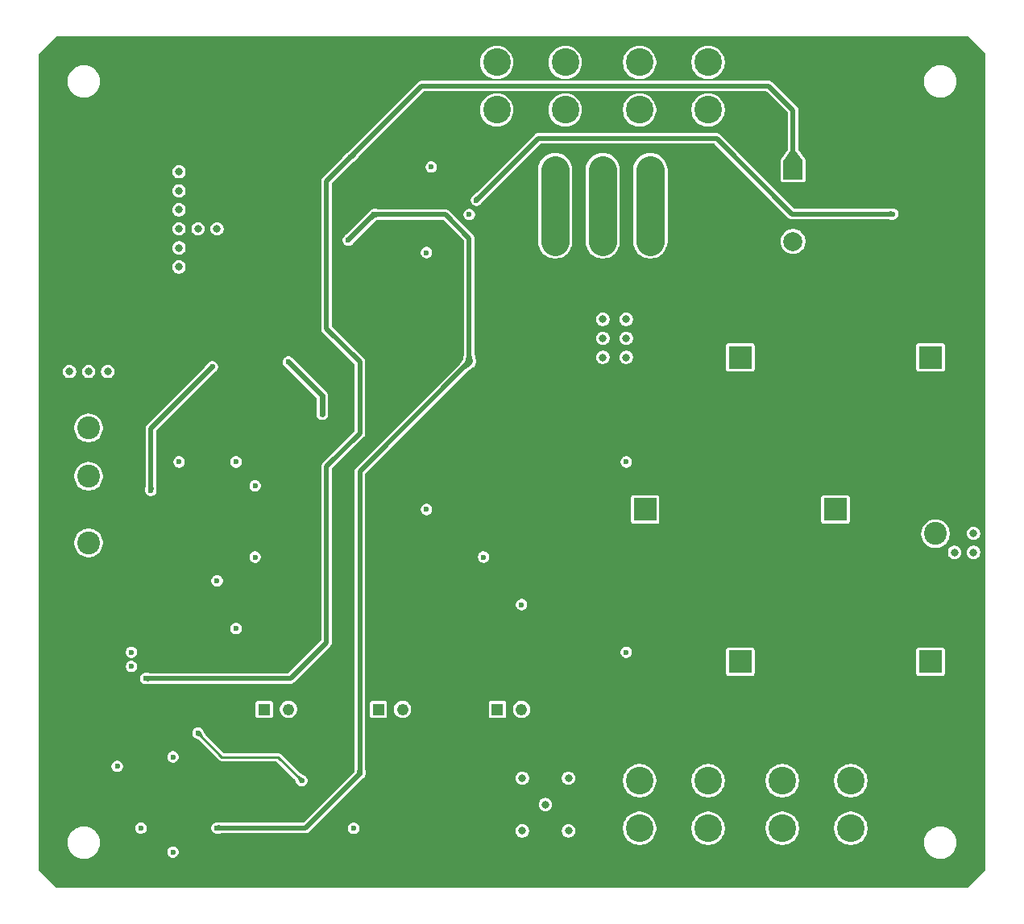
<source format=gbr>
%TF.GenerationSoftware,KiCad,Pcbnew,9.0.0*%
%TF.CreationDate,2025-08-07T11:31:08+08:00*%
%TF.ProjectId,Regen Clamp,52656765-6e20-4436-9c61-6d702e6b6963,1.1*%
%TF.SameCoordinates,PXa7d8c00PY8c30ac0*%
%TF.FileFunction,Copper,L3,Inr*%
%TF.FilePolarity,Positive*%
%FSLAX46Y46*%
G04 Gerber Fmt 4.6, Leading zero omitted, Abs format (unit mm)*
G04 Created by KiCad (PCBNEW 9.0.0) date 2025-08-07 11:31:08*
%MOMM*%
%LPD*%
G01*
G04 APERTURE LIST*
%TA.AperFunction,ComponentPad*%
%ADD10C,2.400000*%
%TD*%
%TA.AperFunction,ComponentPad*%
%ADD11C,2.900000*%
%TD*%
%TA.AperFunction,ComponentPad*%
%ADD12C,2.000000*%
%TD*%
%TA.AperFunction,ComponentPad*%
%ADD13R,2.000000X2.000000*%
%TD*%
%TA.AperFunction,ComponentPad*%
%ADD14R,1.218000X1.218000*%
%TD*%
%TA.AperFunction,ComponentPad*%
%ADD15C,1.218000*%
%TD*%
%TA.AperFunction,ComponentPad*%
%ADD16R,2.400000X2.400000*%
%TD*%
%TA.AperFunction,ViaPad*%
%ADD17C,0.600000*%
%TD*%
%TA.AperFunction,ViaPad*%
%ADD18C,0.800000*%
%TD*%
%TA.AperFunction,Conductor*%
%ADD19C,0.600000*%
%TD*%
%TA.AperFunction,Conductor*%
%ADD20C,0.500000*%
%TD*%
%TA.AperFunction,Conductor*%
%ADD21C,3.000000*%
%TD*%
%TA.AperFunction,Conductor*%
%ADD22C,0.254000*%
%TD*%
G04 APERTURE END LIST*
D10*
%TO.N,SW1*%
%TO.C,J2*%
X5500000Y36500000D03*
%TO.N,VIN-*%
X5500000Y31420000D03*
%TD*%
%TO.N,VOUT+*%
%TO.C,J5*%
X94500000Y37460000D03*
%TO.N,VIN-*%
X94500000Y42540000D03*
%TD*%
D11*
%TO.N,VOUT+*%
%TO.C,J3*%
X78400000Y11500000D03*
X78400000Y6500000D03*
X85600000Y11500000D03*
X85600000Y6500000D03*
%TD*%
D10*
%TO.N,SW2*%
%TO.C,J1*%
X5500000Y48580000D03*
%TO.N,SW1*%
X5500000Y43500000D03*
%TD*%
D12*
%TO.N,VOUT+*%
%TO.C,K1*%
X59537500Y75687500D03*
X59537500Y68187500D03*
%TO.N,R_PRECHARGE-*%
X64537500Y75687500D03*
X64537500Y68187500D03*
%TO.N,R_PRECHARGE+*%
X54537500Y75687500D03*
X54537500Y68187500D03*
D13*
%TO.N,+12V*%
X79537500Y75687500D03*
D12*
%TO.N,Net-(D6-A)*%
X79537500Y68187500D03*
%TD*%
D14*
%TO.N,unconnected-(RV2-Pad1)*%
%TO.C,RV2*%
X35960000Y19000000D03*
D15*
%TO.N,Net-(R42-Pad1)*%
X38500000Y19000000D03*
%TO.N,VIN-*%
X41040000Y19000000D03*
%TD*%
D16*
%TO.N,VOUT+*%
%TO.C,C23*%
X63977780Y40000000D03*
D10*
%TO.N,VIN-*%
X56477780Y40000000D03*
%TD*%
D16*
%TO.N,VOUT+*%
%TO.C,C22*%
X73977780Y24000000D03*
D10*
%TO.N,VIN-*%
X66477780Y24000000D03*
%TD*%
D11*
%TO.N,R_DISCHARGE-*%
%TO.C,J4*%
X63400000Y11500000D03*
X63400000Y6500000D03*
X70600000Y11500000D03*
X70600000Y6500000D03*
%TD*%
D14*
%TO.N,unconnected-(RV1-Pad1)*%
%TO.C,RV1*%
X48460000Y19000000D03*
D15*
%TO.N,Net-(R36-Pad1)*%
X51000000Y19000000D03*
%TO.N,VIN-*%
X53540000Y19000000D03*
%TD*%
D16*
%TO.N,VOUT+*%
%TO.C,C19*%
X83977780Y40000000D03*
D10*
%TO.N,VIN-*%
X76477780Y40000000D03*
%TD*%
D16*
%TO.N,VOUT+*%
%TO.C,C20*%
X93977780Y56000000D03*
D10*
%TO.N,VIN-*%
X86477780Y56000000D03*
%TD*%
D11*
%TO.N,R_PRECHARGE-*%
%TO.C,J7*%
X70600000Y82000000D03*
X70600000Y87000000D03*
X63400000Y82000000D03*
X63400000Y87000000D03*
%TD*%
%TO.N,R_PRECHARGE+*%
%TO.C,J6*%
X55600000Y82000000D03*
X55600000Y87000000D03*
X48400000Y82000000D03*
X48400000Y87000000D03*
%TD*%
D14*
%TO.N,unconnected-(RV3-Pad1)*%
%TO.C,RV3*%
X23960000Y19000000D03*
D15*
%TO.N,Net-(R23-Pad1)*%
X26500000Y19000000D03*
%TO.N,VIN-*%
X29040000Y19000000D03*
%TD*%
D16*
%TO.N,VOUT+*%
%TO.C,C24*%
X93977780Y24000000D03*
D10*
%TO.N,VIN-*%
X86477780Y24000000D03*
%TD*%
D16*
%TO.N,VOUT+*%
%TO.C,C21*%
X73977780Y56000000D03*
D10*
%TO.N,VIN-*%
X66477780Y56000000D03*
%TD*%
D17*
%TO.N,VIN+*%
X26500000Y55500000D03*
X12037500Y42000000D03*
X18500000Y55000000D03*
X30050000Y50000000D03*
D18*
%TO.N,VIN-*%
X43000000Y8500000D03*
D17*
X3500000Y19500000D03*
X29500000Y77000000D03*
D18*
X41000000Y13000000D03*
D17*
X24000000Y8250000D03*
D18*
X3500000Y31500000D03*
D17*
X11500000Y18500000D03*
X53000000Y50500000D03*
X19000000Y9000000D03*
X35637500Y9000000D03*
X11000000Y9000000D03*
D18*
X43000000Y4500000D03*
X28175000Y73525000D03*
D17*
X15250000Y21000000D03*
D18*
X24500000Y66000000D03*
D17*
X25000000Y11500000D03*
X27500000Y14000000D03*
D18*
X7500000Y31500000D03*
X28175000Y70475000D03*
X41000000Y6460000D03*
X96500000Y42500000D03*
X96500000Y44500000D03*
X28500000Y66000000D03*
X94500000Y44500000D03*
D17*
X40020000Y75000000D03*
X45500000Y50500000D03*
D18*
X7500000Y29500000D03*
D17*
X12500000Y25000000D03*
D18*
X43000000Y13000000D03*
X45000000Y4500000D03*
D17*
X39500000Y68000000D03*
D18*
X98500000Y44500000D03*
D17*
X34500000Y9000000D03*
X37000000Y8050000D03*
X44500000Y73905000D03*
X29500000Y67000000D03*
D18*
X26500000Y50000000D03*
X41000000Y4500000D03*
X18500000Y50000000D03*
X45000000Y13000000D03*
X24825000Y70475000D03*
D17*
X29500000Y76000000D03*
X17510000Y20490000D03*
X35500000Y11500000D03*
X49500000Y40000000D03*
X50500000Y50500000D03*
X90000000Y72950000D03*
X48000000Y50500000D03*
D18*
X28500000Y64000000D03*
D17*
X27500000Y4000000D03*
D18*
X26500000Y66000000D03*
D17*
X3500000Y14000000D03*
D18*
X24825000Y73525000D03*
X41000000Y8500000D03*
X24500000Y64000000D03*
D17*
X16500000Y14000000D03*
X13095000Y10000000D03*
D18*
X5500000Y29500000D03*
D17*
X36500000Y13000000D03*
X35500000Y6500000D03*
X21000000Y16500000D03*
X16500000Y4000000D03*
D18*
X26500000Y72000000D03*
D17*
X3500000Y25000000D03*
X35500000Y73000000D03*
D18*
X3500000Y29500000D03*
X98500000Y42500000D03*
X45000000Y8500000D03*
D17*
X47000000Y69500000D03*
X54750000Y50500000D03*
%TO.N,Net-(Q1-G)*%
X90000000Y71050000D03*
X46250000Y72510000D03*
D18*
%TO.N,+15V*%
X45500000Y55500000D03*
D17*
X19000000Y6525000D03*
X34020000Y12250000D03*
X32800000Y68300000D03*
X35500000Y71000000D03*
%TO.N,+12V*%
X11500000Y22250000D03*
X33000000Y77000000D03*
%TO.N,/VIN_REF*%
X41000000Y40000000D03*
X41000000Y67000000D03*
%TO.N,/VOUT_REF_PRE*%
X41500000Y76000000D03*
X21000000Y45000000D03*
%TO.N,VOUT_REF_DIS*%
X11000000Y6525000D03*
X10000000Y23500000D03*
D18*
%TO.N,VOUT+*%
X59537500Y58000000D03*
X59537500Y56000000D03*
X59537500Y60000000D03*
X62000000Y60000000D03*
X98500000Y37500000D03*
D17*
X62000000Y25000000D03*
D18*
X96500000Y35500000D03*
X62000000Y58000000D03*
X98500000Y35500000D03*
D17*
X62000000Y45000000D03*
D18*
X62000000Y56000000D03*
D17*
%TO.N,+5V*%
X27900000Y11500000D03*
X17000000Y16500000D03*
%TO.N,/Comparator/VIN_REF_H*%
X21000000Y27500000D03*
X14365000Y4000000D03*
%TO.N,/Comparator/VIN_REF_L*%
X14365000Y14000000D03*
X19000000Y32500000D03*
D18*
%TO.N,R_PRECHARGE+*%
X15000000Y65500000D03*
X15000000Y73500000D03*
X15000000Y71500000D03*
X15000000Y75500000D03*
X17000000Y69500000D03*
X19000000Y69500000D03*
X15000000Y67500000D03*
X15000000Y69500000D03*
%TO.N,R_DISCHARGE-*%
X55925000Y6225000D03*
X51075000Y11775000D03*
X55925000Y11775000D03*
X51075000Y6225000D03*
X53500000Y9000000D03*
D17*
%TO.N,/PRE*%
X45500000Y71000000D03*
X10000000Y25000000D03*
%TO.N,/DIS*%
X33362500Y6500000D03*
X8510000Y13000000D03*
D18*
%TO.N,SW2*%
X5500000Y54500000D03*
X3500000Y54500000D03*
X7500000Y54500000D03*
D17*
%TO.N,Net-(R36-Pad1)*%
X51000000Y30000000D03*
%TO.N,Net-(R42-Pad1)*%
X47000000Y35000000D03*
%TO.N,Net-(R23-Pad1)*%
X23000000Y42500000D03*
X15000000Y45000000D03*
X23000000Y35000000D03*
%TD*%
D19*
%TO.N,VIN+*%
X30050000Y51950000D02*
X26500000Y55500000D01*
D20*
X12037500Y42000000D02*
X12037500Y48537500D01*
X12037500Y48537500D02*
X18500000Y55000000D01*
D19*
X30050000Y50000000D02*
X30050000Y51950000D01*
D20*
%TO.N,Net-(Q1-G)*%
X71500000Y79000000D02*
X79450000Y71050000D01*
X52740000Y79000000D02*
X71500000Y79000000D01*
X46250000Y72510000D02*
X52740000Y79000000D01*
X79450000Y71050000D02*
X90000000Y71050000D01*
%TO.N,+15V*%
X45500000Y68500000D02*
X43000000Y71000000D01*
X43000000Y71000000D02*
X35500000Y71000000D01*
X45500000Y55500000D02*
X45500000Y68500000D01*
X34020000Y37000000D02*
X34020000Y12250000D01*
X45500000Y55500000D02*
X34020000Y44020000D01*
X28295000Y6525000D02*
X34020000Y12250000D01*
X35500000Y71000000D02*
X32800000Y68300000D01*
X19000000Y6525000D02*
X28295000Y6525000D01*
X34020000Y44020000D02*
X34020000Y37000000D01*
%TO.N,+12V*%
X79537500Y81962500D02*
X79537500Y75687500D01*
X33000000Y77000000D02*
X40500000Y84500000D01*
X30500000Y26000000D02*
X30500000Y44500000D01*
X30500000Y44500000D02*
X34000000Y48000000D01*
X40500000Y84500000D02*
X77000000Y84500000D01*
X30500000Y59000000D02*
X30500000Y74500000D01*
X11500000Y22250000D02*
X26750000Y22250000D01*
X30500000Y74500000D02*
X33000000Y77000000D01*
X34000000Y48000000D02*
X34000000Y55500000D01*
X26750000Y22250000D02*
X30500000Y26000000D01*
X34000000Y55500000D02*
X30500000Y59000000D01*
X77000000Y84500000D02*
X79537500Y81962500D01*
D21*
%TO.N,VOUT+*%
X59537500Y75687500D02*
X59537500Y68187500D01*
D22*
%TO.N,+5V*%
X25400000Y14000000D02*
X19500000Y14000000D01*
X19500000Y14000000D02*
X17000000Y16500000D01*
X27900000Y11500000D02*
X25400000Y14000000D01*
D21*
%TO.N,R_PRECHARGE+*%
X54537500Y75687500D02*
X54537500Y68187500D01*
%TO.N,R_PRECHARGE-*%
X64537500Y75687500D02*
X64537500Y68187500D01*
%TD*%
%TA.AperFunction,Conductor*%
%TO.N,VIN-*%
G36*
X97914545Y89731194D02*
G01*
X99731194Y87914545D01*
X99749500Y87870351D01*
X99749500Y2129649D01*
X99731194Y2085455D01*
X97914545Y268806D01*
X97870351Y250500D01*
X2129649Y250500D01*
X2085455Y268806D01*
X268806Y2085455D01*
X250500Y2129649D01*
X250500Y5112773D01*
X3279500Y5112773D01*
X3279500Y4887228D01*
X3308938Y4663624D01*
X3308938Y4663623D01*
X3367309Y4445782D01*
X3453617Y4237413D01*
X3453618Y4237410D01*
X3566385Y4042093D01*
X3566387Y4042090D01*
X3703684Y3863161D01*
X3863161Y3703684D01*
X4042090Y3566387D01*
X4237409Y3453619D01*
X4445777Y3367311D01*
X4663627Y3308938D01*
X4887232Y3279500D01*
X4887238Y3279500D01*
X5112762Y3279500D01*
X5112768Y3279500D01*
X5336373Y3308938D01*
X5554223Y3367311D01*
X5762591Y3453619D01*
X5957910Y3566387D01*
X6136839Y3703684D01*
X6296316Y3863161D01*
X6433613Y4042090D01*
X6454955Y4079056D01*
X13764500Y4079056D01*
X13764500Y3920945D01*
X13764501Y3920937D01*
X13805421Y3768220D01*
X13805422Y3768217D01*
X13805423Y3768216D01*
X13884480Y3631284D01*
X13996284Y3519480D01*
X14133216Y3440423D01*
X14133219Y3440422D01*
X14226681Y3415379D01*
X14285943Y3399500D01*
X14285944Y3399500D01*
X14444056Y3399500D01*
X14444057Y3399500D01*
X14596784Y3440423D01*
X14733716Y3519480D01*
X14845520Y3631284D01*
X14924577Y3768216D01*
X14965500Y3920943D01*
X14965500Y4079057D01*
X14924577Y4231784D01*
X14845520Y4368716D01*
X14733716Y4480520D01*
X14637464Y4536091D01*
X14596783Y4559578D01*
X14596780Y4559579D01*
X14444063Y4600499D01*
X14444058Y4600500D01*
X14444057Y4600500D01*
X14285943Y4600500D01*
X14285942Y4600500D01*
X14285936Y4600499D01*
X14133219Y4559579D01*
X14133216Y4559578D01*
X14036964Y4504007D01*
X13996284Y4480520D01*
X13996283Y4480519D01*
X13996279Y4480516D01*
X13884484Y4368721D01*
X13884481Y4368717D01*
X13805422Y4231784D01*
X13805421Y4231781D01*
X13764501Y4079064D01*
X13764500Y4079056D01*
X6454955Y4079056D01*
X6546381Y4237409D01*
X6632689Y4445777D01*
X6691062Y4663627D01*
X6720500Y4887232D01*
X6720500Y5112768D01*
X6691062Y5336373D01*
X6689195Y5343339D01*
X6632690Y5554219D01*
X6632689Y5554223D01*
X6546381Y5762591D01*
X6433613Y5957910D01*
X6300582Y6131280D01*
X6296320Y6136834D01*
X6296311Y6136844D01*
X6136843Y6296312D01*
X6136833Y6296321D01*
X6020908Y6385273D01*
X5957910Y6433613D01*
X5957907Y6433615D01*
X5762590Y6546382D01*
X5762580Y6546387D01*
X5752867Y6550410D01*
X5752865Y6550410D01*
X5623350Y6604056D01*
X10399500Y6604056D01*
X10399500Y6445945D01*
X10399501Y6445937D01*
X10440421Y6293220D01*
X10440422Y6293217D01*
X10463909Y6252536D01*
X10519480Y6156284D01*
X10631284Y6044480D01*
X10752494Y5974500D01*
X10768216Y5965423D01*
X10768219Y5965422D01*
X10796262Y5957908D01*
X10920943Y5924500D01*
X10920944Y5924500D01*
X11079056Y5924500D01*
X11079057Y5924500D01*
X11231784Y5965423D01*
X11368716Y6044480D01*
X11480520Y6156284D01*
X11559577Y6293216D01*
X11600500Y6445943D01*
X11600500Y6604056D01*
X18399500Y6604056D01*
X18399500Y6445945D01*
X18399501Y6445937D01*
X18440421Y6293220D01*
X18440422Y6293217D01*
X18463909Y6252536D01*
X18519480Y6156284D01*
X18631284Y6044480D01*
X18752494Y5974500D01*
X18768216Y5965423D01*
X18768219Y5965422D01*
X18796262Y5957908D01*
X18920943Y5924500D01*
X18920944Y5924500D01*
X19079056Y5924500D01*
X19079057Y5924500D01*
X19081280Y5925096D01*
X19092320Y5927016D01*
X19094032Y5927158D01*
X19094036Y5927157D01*
X19608640Y5969650D01*
X19619165Y5972430D01*
X19635121Y5974500D01*
X28367473Y5974500D01*
X28367474Y5974500D01*
X28367475Y5974500D01*
X28507485Y6012016D01*
X28520413Y6019480D01*
X28633015Y6084490D01*
X29127581Y6579056D01*
X32762000Y6579056D01*
X32762000Y6420945D01*
X32762001Y6420937D01*
X32802921Y6268220D01*
X32802922Y6268217D01*
X32802923Y6268216D01*
X32881980Y6131284D01*
X32993784Y6019480D01*
X33100431Y5957908D01*
X33130716Y5940423D01*
X33130719Y5940422D01*
X33224181Y5915379D01*
X33283443Y5899500D01*
X33283444Y5899500D01*
X33441556Y5899500D01*
X33441557Y5899500D01*
X33594284Y5940423D01*
X33731216Y6019480D01*
X33843020Y6131284D01*
X33922077Y6268216D01*
X33928984Y6293994D01*
X50374500Y6293994D01*
X50374500Y6156007D01*
X50401419Y6020674D01*
X50401419Y6020673D01*
X50451610Y5899502D01*
X50454225Y5893189D01*
X50530886Y5778458D01*
X50628458Y5680886D01*
X50743189Y5604225D01*
X50870672Y5551420D01*
X51006007Y5524500D01*
X51143993Y5524500D01*
X51279328Y5551420D01*
X51406811Y5604225D01*
X51521542Y5680886D01*
X51619114Y5778458D01*
X51695775Y5893189D01*
X51748580Y6020672D01*
X51775500Y6156007D01*
X51775500Y6293993D01*
X51775500Y6293994D01*
X55224500Y6293994D01*
X55224500Y6156007D01*
X55251419Y6020674D01*
X55251419Y6020673D01*
X55301610Y5899502D01*
X55304225Y5893189D01*
X55380886Y5778458D01*
X55478458Y5680886D01*
X55593189Y5604225D01*
X55720672Y5551420D01*
X55856007Y5524500D01*
X55993993Y5524500D01*
X56129328Y5551420D01*
X56256811Y5604225D01*
X56371542Y5680886D01*
X56469114Y5778458D01*
X56545775Y5893189D01*
X56598580Y6020672D01*
X56625500Y6156007D01*
X56625500Y6293993D01*
X56598580Y6429328D01*
X56545775Y6556811D01*
X56507069Y6614739D01*
X61649500Y6614739D01*
X61649500Y6385262D01*
X61679452Y6157760D01*
X61679452Y6157758D01*
X61733002Y5957908D01*
X61738842Y5936113D01*
X61754007Y5899502D01*
X61826653Y5724118D01*
X61826659Y5724106D01*
X61924741Y5554223D01*
X61941389Y5525388D01*
X62081081Y5343339D01*
X62243339Y5181081D01*
X62425388Y5041389D01*
X62624112Y4926656D01*
X62836113Y4838842D01*
X63057762Y4779452D01*
X63285266Y4749500D01*
X63285272Y4749500D01*
X63514728Y4749500D01*
X63514734Y4749500D01*
X63742238Y4779452D01*
X63963887Y4838842D01*
X64175888Y4926656D01*
X64374612Y5041389D01*
X64556661Y5181081D01*
X64718919Y5343339D01*
X64858611Y5525388D01*
X64973344Y5724112D01*
X65061158Y5936113D01*
X65120548Y6157762D01*
X65150500Y6385266D01*
X65150500Y6614734D01*
X65150499Y6614739D01*
X68849500Y6614739D01*
X68849500Y6385262D01*
X68879452Y6157760D01*
X68879452Y6157758D01*
X68933002Y5957908D01*
X68938842Y5936113D01*
X68954007Y5899502D01*
X69026653Y5724118D01*
X69026659Y5724106D01*
X69124741Y5554223D01*
X69141389Y5525388D01*
X69281081Y5343339D01*
X69443339Y5181081D01*
X69625388Y5041389D01*
X69824112Y4926656D01*
X70036113Y4838842D01*
X70257762Y4779452D01*
X70485266Y4749500D01*
X70485272Y4749500D01*
X70714728Y4749500D01*
X70714734Y4749500D01*
X70942238Y4779452D01*
X71163887Y4838842D01*
X71375888Y4926656D01*
X71574612Y5041389D01*
X71756661Y5181081D01*
X71918919Y5343339D01*
X72058611Y5525388D01*
X72173344Y5724112D01*
X72261158Y5936113D01*
X72320548Y6157762D01*
X72350500Y6385266D01*
X72350500Y6614734D01*
X72350499Y6614739D01*
X76649500Y6614739D01*
X76649500Y6385262D01*
X76679452Y6157760D01*
X76679452Y6157758D01*
X76733002Y5957908D01*
X76738842Y5936113D01*
X76754007Y5899502D01*
X76826653Y5724118D01*
X76826659Y5724106D01*
X76924741Y5554223D01*
X76941389Y5525388D01*
X77081081Y5343339D01*
X77243339Y5181081D01*
X77425388Y5041389D01*
X77624112Y4926656D01*
X77836113Y4838842D01*
X78057762Y4779452D01*
X78285266Y4749500D01*
X78285272Y4749500D01*
X78514728Y4749500D01*
X78514734Y4749500D01*
X78742238Y4779452D01*
X78963887Y4838842D01*
X79175888Y4926656D01*
X79374612Y5041389D01*
X79556661Y5181081D01*
X79718919Y5343339D01*
X79858611Y5525388D01*
X79973344Y5724112D01*
X80061158Y5936113D01*
X80120548Y6157762D01*
X80150500Y6385266D01*
X80150500Y6614734D01*
X80150499Y6614739D01*
X83849500Y6614739D01*
X83849500Y6385262D01*
X83879452Y6157760D01*
X83879452Y6157758D01*
X83933002Y5957908D01*
X83938842Y5936113D01*
X83954007Y5899502D01*
X84026653Y5724118D01*
X84026659Y5724106D01*
X84124741Y5554223D01*
X84141389Y5525388D01*
X84281081Y5343339D01*
X84443339Y5181081D01*
X84625388Y5041389D01*
X84824112Y4926656D01*
X85036113Y4838842D01*
X85257762Y4779452D01*
X85485266Y4749500D01*
X85485272Y4749500D01*
X85714728Y4749500D01*
X85714734Y4749500D01*
X85942238Y4779452D01*
X86163887Y4838842D01*
X86375888Y4926656D01*
X86574612Y5041389D01*
X86667641Y5112773D01*
X93279500Y5112773D01*
X93279500Y4887228D01*
X93308938Y4663624D01*
X93308938Y4663623D01*
X93367309Y4445782D01*
X93453617Y4237413D01*
X93453618Y4237410D01*
X93566385Y4042093D01*
X93566387Y4042090D01*
X93703684Y3863161D01*
X93863161Y3703684D01*
X94042090Y3566387D01*
X94237409Y3453619D01*
X94445777Y3367311D01*
X94663627Y3308938D01*
X94887232Y3279500D01*
X94887238Y3279500D01*
X95112762Y3279500D01*
X95112768Y3279500D01*
X95336373Y3308938D01*
X95554223Y3367311D01*
X95762591Y3453619D01*
X95957910Y3566387D01*
X96136839Y3703684D01*
X96296316Y3863161D01*
X96433613Y4042090D01*
X96546381Y4237409D01*
X96632689Y4445777D01*
X96691062Y4663627D01*
X96720500Y4887232D01*
X96720500Y5112768D01*
X96691062Y5336373D01*
X96689195Y5343339D01*
X96632690Y5554219D01*
X96632689Y5554223D01*
X96546381Y5762591D01*
X96433613Y5957910D01*
X96300582Y6131280D01*
X96296320Y6136834D01*
X96296311Y6136844D01*
X96136843Y6296312D01*
X96136833Y6296321D01*
X96020908Y6385273D01*
X95957910Y6433613D01*
X95957907Y6433615D01*
X95762590Y6546382D01*
X95762587Y6546383D01*
X95554218Y6632691D01*
X95336376Y6691062D01*
X95112772Y6720500D01*
X95112768Y6720500D01*
X94887232Y6720500D01*
X94887227Y6720500D01*
X94663623Y6691062D01*
X94663622Y6691062D01*
X94445781Y6632691D01*
X94237412Y6546383D01*
X94237409Y6546382D01*
X94042092Y6433615D01*
X93863166Y6296321D01*
X93863156Y6296312D01*
X93703688Y6136844D01*
X93703679Y6136834D01*
X93566385Y5957908D01*
X93453618Y5762591D01*
X93453617Y5762588D01*
X93367309Y5554219D01*
X93308938Y5336378D01*
X93308938Y5336377D01*
X93279500Y5112773D01*
X86667641Y5112773D01*
X86756661Y5181081D01*
X86918919Y5343339D01*
X87058611Y5525388D01*
X87173344Y5724112D01*
X87261158Y5936113D01*
X87320548Y6157762D01*
X87350500Y6385266D01*
X87350500Y6614734D01*
X87320548Y6842238D01*
X87319600Y6845775D01*
X87262313Y7059577D01*
X87261158Y7063887D01*
X87173344Y7275888D01*
X87058611Y7474612D01*
X86918919Y7656661D01*
X86756661Y7818919D01*
X86574612Y7958611D01*
X86558316Y7968020D01*
X86375894Y8073341D01*
X86375882Y8073347D01*
X86266763Y8118546D01*
X86163887Y8161158D01*
X86163883Y8161159D01*
X86163881Y8161160D01*
X86163882Y8161160D01*
X85942241Y8220548D01*
X85714738Y8250500D01*
X85714734Y8250500D01*
X85485266Y8250500D01*
X85485261Y8250500D01*
X85257759Y8220548D01*
X85257757Y8220548D01*
X85036118Y8161160D01*
X84824117Y8073347D01*
X84824105Y8073341D01*
X84625394Y7958615D01*
X84625391Y7958613D01*
X84625388Y7958611D01*
X84528823Y7884514D01*
X84443337Y7818918D01*
X84281082Y7656663D01*
X84215486Y7571177D01*
X84141389Y7474612D01*
X84141387Y7474609D01*
X84141385Y7474606D01*
X84026659Y7275895D01*
X84026653Y7275883D01*
X83938840Y7063882D01*
X83879452Y6842243D01*
X83879452Y6842241D01*
X83849500Y6614739D01*
X80150499Y6614739D01*
X80120548Y6842238D01*
X80119600Y6845775D01*
X80062313Y7059577D01*
X80061158Y7063887D01*
X79973344Y7275888D01*
X79858611Y7474612D01*
X79718919Y7656661D01*
X79556661Y7818919D01*
X79374612Y7958611D01*
X79358316Y7968020D01*
X79175894Y8073341D01*
X79175882Y8073347D01*
X79066763Y8118546D01*
X78963887Y8161158D01*
X78963883Y8161159D01*
X78963881Y8161160D01*
X78963882Y8161160D01*
X78742241Y8220548D01*
X78514738Y8250500D01*
X78514734Y8250500D01*
X78285266Y8250500D01*
X78285261Y8250500D01*
X78057759Y8220548D01*
X78057757Y8220548D01*
X77836118Y8161160D01*
X77624117Y8073347D01*
X77624105Y8073341D01*
X77425394Y7958615D01*
X77425391Y7958613D01*
X77425388Y7958611D01*
X77328823Y7884514D01*
X77243337Y7818918D01*
X77081082Y7656663D01*
X77015486Y7571177D01*
X76941389Y7474612D01*
X76941387Y7474609D01*
X76941385Y7474606D01*
X76826659Y7275895D01*
X76826653Y7275883D01*
X76738840Y7063882D01*
X76679452Y6842243D01*
X76679452Y6842241D01*
X76649500Y6614739D01*
X72350499Y6614739D01*
X72320548Y6842238D01*
X72319600Y6845775D01*
X72262313Y7059577D01*
X72261158Y7063887D01*
X72173344Y7275888D01*
X72058611Y7474612D01*
X71918919Y7656661D01*
X71756661Y7818919D01*
X71574612Y7958611D01*
X71558316Y7968020D01*
X71375894Y8073341D01*
X71375882Y8073347D01*
X71266763Y8118546D01*
X71163887Y8161158D01*
X71163883Y8161159D01*
X71163881Y8161160D01*
X71163882Y8161160D01*
X70942241Y8220548D01*
X70714738Y8250500D01*
X70714734Y8250500D01*
X70485266Y8250500D01*
X70485261Y8250500D01*
X70257759Y8220548D01*
X70257757Y8220548D01*
X70036118Y8161160D01*
X69824117Y8073347D01*
X69824105Y8073341D01*
X69625394Y7958615D01*
X69625391Y7958613D01*
X69625388Y7958611D01*
X69528823Y7884514D01*
X69443337Y7818918D01*
X69281082Y7656663D01*
X69215486Y7571177D01*
X69141389Y7474612D01*
X69141387Y7474609D01*
X69141385Y7474606D01*
X69026659Y7275895D01*
X69026653Y7275883D01*
X68938840Y7063882D01*
X68879452Y6842243D01*
X68879452Y6842241D01*
X68849500Y6614739D01*
X65150499Y6614739D01*
X65120548Y6842238D01*
X65119600Y6845775D01*
X65062313Y7059577D01*
X65061158Y7063887D01*
X64973344Y7275888D01*
X64858611Y7474612D01*
X64718919Y7656661D01*
X64556661Y7818919D01*
X64374612Y7958611D01*
X64358316Y7968020D01*
X64175894Y8073341D01*
X64175882Y8073347D01*
X64066763Y8118546D01*
X63963887Y8161158D01*
X63963883Y8161159D01*
X63963881Y8161160D01*
X63963882Y8161160D01*
X63742241Y8220548D01*
X63514738Y8250500D01*
X63514734Y8250500D01*
X63285266Y8250500D01*
X63285261Y8250500D01*
X63057759Y8220548D01*
X63057757Y8220548D01*
X62836118Y8161160D01*
X62624117Y8073347D01*
X62624105Y8073341D01*
X62425394Y7958615D01*
X62425391Y7958613D01*
X62425388Y7958611D01*
X62328823Y7884514D01*
X62243337Y7818918D01*
X62081082Y7656663D01*
X62015486Y7571177D01*
X61941389Y7474612D01*
X61941387Y7474609D01*
X61941385Y7474606D01*
X61826659Y7275895D01*
X61826653Y7275883D01*
X61738840Y7063882D01*
X61679452Y6842243D01*
X61679452Y6842241D01*
X61649500Y6614739D01*
X56507069Y6614739D01*
X56469114Y6671542D01*
X56371542Y6769114D01*
X56371541Y6769115D01*
X56256813Y6845774D01*
X56256811Y6845775D01*
X56129326Y6898581D01*
X55993993Y6925500D01*
X55856007Y6925500D01*
X55720673Y6898581D01*
X55720672Y6898581D01*
X55593188Y6845775D01*
X55593186Y6845774D01*
X55478458Y6769115D01*
X55380885Y6671542D01*
X55304226Y6556814D01*
X55304225Y6556812D01*
X55251419Y6429328D01*
X55251419Y6429327D01*
X55224500Y6293994D01*
X51775500Y6293994D01*
X51748580Y6429328D01*
X51695775Y6556811D01*
X51619114Y6671542D01*
X51521542Y6769114D01*
X51521541Y6769115D01*
X51406813Y6845774D01*
X51406811Y6845775D01*
X51279326Y6898581D01*
X51143993Y6925500D01*
X51006007Y6925500D01*
X50870673Y6898581D01*
X50870672Y6898581D01*
X50743188Y6845775D01*
X50743186Y6845774D01*
X50628458Y6769115D01*
X50530885Y6671542D01*
X50454226Y6556814D01*
X50454225Y6556812D01*
X50401419Y6429328D01*
X50401419Y6429327D01*
X50374500Y6293994D01*
X33928984Y6293994D01*
X33963000Y6420943D01*
X33963000Y6579057D01*
X33938219Y6671542D01*
X33922078Y6731781D01*
X33922077Y6731784D01*
X33907643Y6756784D01*
X33843020Y6868716D01*
X33731216Y6980520D01*
X33634964Y7036091D01*
X33594283Y7059578D01*
X33594280Y7059579D01*
X33441563Y7100499D01*
X33441558Y7100500D01*
X33441557Y7100500D01*
X33283443Y7100500D01*
X33283442Y7100500D01*
X33283436Y7100499D01*
X33130719Y7059579D01*
X33130716Y7059578D01*
X33037086Y7005520D01*
X32993784Y6980520D01*
X32993783Y6980519D01*
X32993779Y6980516D01*
X32881984Y6868721D01*
X32881981Y6868717D01*
X32802922Y6731784D01*
X32802921Y6731781D01*
X32762001Y6579064D01*
X32762000Y6579056D01*
X29127581Y6579056D01*
X31617517Y9068994D01*
X52799500Y9068994D01*
X52799500Y8931007D01*
X52826419Y8795674D01*
X52826419Y8795673D01*
X52879225Y8668189D01*
X52955886Y8553458D01*
X53053458Y8455886D01*
X53168189Y8379225D01*
X53295672Y8326420D01*
X53431007Y8299500D01*
X53568993Y8299500D01*
X53704328Y8326420D01*
X53831811Y8379225D01*
X53946542Y8455886D01*
X54044114Y8553458D01*
X54120775Y8668189D01*
X54173580Y8795672D01*
X54200500Y8931007D01*
X54200500Y9068993D01*
X54173580Y9204328D01*
X54120775Y9331811D01*
X54044114Y9446542D01*
X53946542Y9544114D01*
X53946541Y9544115D01*
X53831813Y9620774D01*
X53831811Y9620775D01*
X53704326Y9673581D01*
X53568993Y9700500D01*
X53431007Y9700500D01*
X53295673Y9673581D01*
X53295672Y9673581D01*
X53168188Y9620775D01*
X53168186Y9620774D01*
X53053458Y9544115D01*
X52955885Y9446542D01*
X52879226Y9331814D01*
X52879225Y9331812D01*
X52826419Y9204328D01*
X52826419Y9204327D01*
X52799500Y9068994D01*
X31617517Y9068994D01*
X33960424Y11411902D01*
X33973660Y11422000D01*
X33982318Y11426936D01*
X34376245Y11760768D01*
X34376247Y11760771D01*
X34377554Y11761878D01*
X34386710Y11768323D01*
X34388716Y11769480D01*
X34463230Y11843994D01*
X50374500Y11843994D01*
X50374500Y11706007D01*
X50401419Y11570674D01*
X50401419Y11570673D01*
X50454225Y11443189D01*
X50454226Y11443187D01*
X50530885Y11328459D01*
X50628458Y11230886D01*
X50737901Y11157758D01*
X50743189Y11154225D01*
X50870672Y11101420D01*
X51006007Y11074500D01*
X51143993Y11074500D01*
X51279328Y11101420D01*
X51406811Y11154225D01*
X51521542Y11230886D01*
X51619114Y11328458D01*
X51695775Y11443189D01*
X51748580Y11570672D01*
X51775500Y11706007D01*
X51775500Y11843993D01*
X51775500Y11843994D01*
X55224500Y11843994D01*
X55224500Y11706007D01*
X55251419Y11570674D01*
X55251419Y11570673D01*
X55304225Y11443189D01*
X55304226Y11443187D01*
X55380885Y11328459D01*
X55478458Y11230886D01*
X55587901Y11157758D01*
X55593189Y11154225D01*
X55720672Y11101420D01*
X55856007Y11074500D01*
X55993993Y11074500D01*
X56129328Y11101420D01*
X56256811Y11154225D01*
X56371542Y11230886D01*
X56469114Y11328458D01*
X56545775Y11443189D01*
X56598580Y11570672D01*
X56607346Y11614739D01*
X61649500Y11614739D01*
X61649500Y11385262D01*
X61679452Y11157760D01*
X61679452Y11157758D01*
X61738840Y10936119D01*
X61826653Y10724118D01*
X61826656Y10724112D01*
X61941389Y10525388D01*
X62081081Y10343339D01*
X62243339Y10181081D01*
X62425388Y10041389D01*
X62624112Y9926656D01*
X62836113Y9838842D01*
X63057762Y9779452D01*
X63285266Y9749500D01*
X63285272Y9749500D01*
X63514728Y9749500D01*
X63514734Y9749500D01*
X63742238Y9779452D01*
X63963887Y9838842D01*
X64175888Y9926656D01*
X64374612Y10041389D01*
X64556661Y10181081D01*
X64718919Y10343339D01*
X64858611Y10525388D01*
X64973344Y10724112D01*
X65061158Y10936113D01*
X65120548Y11157762D01*
X65150500Y11385266D01*
X65150500Y11614734D01*
X65150499Y11614739D01*
X68849500Y11614739D01*
X68849500Y11385262D01*
X68879452Y11157760D01*
X68879452Y11157758D01*
X68938840Y10936119D01*
X69026653Y10724118D01*
X69026656Y10724112D01*
X69141389Y10525388D01*
X69281081Y10343339D01*
X69443339Y10181081D01*
X69625388Y10041389D01*
X69824112Y9926656D01*
X70036113Y9838842D01*
X70257762Y9779452D01*
X70485266Y9749500D01*
X70485272Y9749500D01*
X70714728Y9749500D01*
X70714734Y9749500D01*
X70942238Y9779452D01*
X71163887Y9838842D01*
X71375888Y9926656D01*
X71574612Y10041389D01*
X71756661Y10181081D01*
X71918919Y10343339D01*
X72058611Y10525388D01*
X72173344Y10724112D01*
X72261158Y10936113D01*
X72320548Y11157762D01*
X72350500Y11385266D01*
X72350500Y11614734D01*
X72350499Y11614739D01*
X76649500Y11614739D01*
X76649500Y11385262D01*
X76679452Y11157760D01*
X76679452Y11157758D01*
X76738840Y10936119D01*
X76826653Y10724118D01*
X76826656Y10724112D01*
X76941389Y10525388D01*
X77081081Y10343339D01*
X77243339Y10181081D01*
X77425388Y10041389D01*
X77624112Y9926656D01*
X77836113Y9838842D01*
X78057762Y9779452D01*
X78285266Y9749500D01*
X78285272Y9749500D01*
X78514728Y9749500D01*
X78514734Y9749500D01*
X78742238Y9779452D01*
X78963887Y9838842D01*
X79175888Y9926656D01*
X79374612Y10041389D01*
X79556661Y10181081D01*
X79718919Y10343339D01*
X79858611Y10525388D01*
X79973344Y10724112D01*
X80061158Y10936113D01*
X80120548Y11157762D01*
X80150500Y11385266D01*
X80150500Y11614734D01*
X80150499Y11614739D01*
X83849500Y11614739D01*
X83849500Y11385262D01*
X83879452Y11157760D01*
X83879452Y11157758D01*
X83938840Y10936119D01*
X84026653Y10724118D01*
X84026656Y10724112D01*
X84141389Y10525388D01*
X84281081Y10343339D01*
X84443339Y10181081D01*
X84625388Y10041389D01*
X84824112Y9926656D01*
X85036113Y9838842D01*
X85257762Y9779452D01*
X85485266Y9749500D01*
X85485272Y9749500D01*
X85714728Y9749500D01*
X85714734Y9749500D01*
X85942238Y9779452D01*
X86163887Y9838842D01*
X86375888Y9926656D01*
X86574612Y10041389D01*
X86756661Y10181081D01*
X86918919Y10343339D01*
X87058611Y10525388D01*
X87173344Y10724112D01*
X87261158Y10936113D01*
X87320548Y11157762D01*
X87350500Y11385266D01*
X87350500Y11614734D01*
X87320548Y11842238D01*
X87320077Y11843994D01*
X87290853Y11953063D01*
X87261158Y12063887D01*
X87173344Y12275888D01*
X87058611Y12474612D01*
X86918919Y12656661D01*
X86756661Y12818919D01*
X86574612Y12958611D01*
X86558316Y12968020D01*
X86375894Y13073341D01*
X86375882Y13073347D01*
X86266763Y13118546D01*
X86163887Y13161158D01*
X86163883Y13161159D01*
X86163881Y13161160D01*
X86163882Y13161160D01*
X85942241Y13220548D01*
X85714738Y13250500D01*
X85714734Y13250500D01*
X85485266Y13250500D01*
X85485261Y13250500D01*
X85257759Y13220548D01*
X85257757Y13220548D01*
X85036118Y13161160D01*
X84824117Y13073347D01*
X84824105Y13073341D01*
X84625394Y12958615D01*
X84625391Y12958613D01*
X84625388Y12958611D01*
X84576291Y12920937D01*
X84443337Y12818918D01*
X84281082Y12656663D01*
X84261608Y12631284D01*
X84141389Y12474612D01*
X84141387Y12474609D01*
X84141385Y12474606D01*
X84026659Y12275895D01*
X84026653Y12275883D01*
X83938840Y12063882D01*
X83879452Y11842243D01*
X83879452Y11842241D01*
X83849500Y11614739D01*
X80150499Y11614739D01*
X80120548Y11842238D01*
X80120077Y11843994D01*
X80090853Y11953063D01*
X80061158Y12063887D01*
X79973344Y12275888D01*
X79858611Y12474612D01*
X79718919Y12656661D01*
X79556661Y12818919D01*
X79374612Y12958611D01*
X79358316Y12968020D01*
X79175894Y13073341D01*
X79175882Y13073347D01*
X79066763Y13118546D01*
X78963887Y13161158D01*
X78963883Y13161159D01*
X78963881Y13161160D01*
X78963882Y13161160D01*
X78742241Y13220548D01*
X78514738Y13250500D01*
X78514734Y13250500D01*
X78285266Y13250500D01*
X78285261Y13250500D01*
X78057759Y13220548D01*
X78057757Y13220548D01*
X77836118Y13161160D01*
X77624117Y13073347D01*
X77624105Y13073341D01*
X77425394Y12958615D01*
X77425391Y12958613D01*
X77425388Y12958611D01*
X77376291Y12920937D01*
X77243337Y12818918D01*
X77081082Y12656663D01*
X77061608Y12631284D01*
X76941389Y12474612D01*
X76941387Y12474609D01*
X76941385Y12474606D01*
X76826659Y12275895D01*
X76826653Y12275883D01*
X76738840Y12063882D01*
X76679452Y11842243D01*
X76679452Y11842241D01*
X76649500Y11614739D01*
X72350499Y11614739D01*
X72320548Y11842238D01*
X72320077Y11843994D01*
X72290853Y11953063D01*
X72261158Y12063887D01*
X72173344Y12275888D01*
X72058611Y12474612D01*
X71918919Y12656661D01*
X71756661Y12818919D01*
X71574612Y12958611D01*
X71558316Y12968020D01*
X71375894Y13073341D01*
X71375882Y13073347D01*
X71266763Y13118546D01*
X71163887Y13161158D01*
X71163883Y13161159D01*
X71163881Y13161160D01*
X71163882Y13161160D01*
X70942241Y13220548D01*
X70714738Y13250500D01*
X70714734Y13250500D01*
X70485266Y13250500D01*
X70485261Y13250500D01*
X70257759Y13220548D01*
X70257757Y13220548D01*
X70036118Y13161160D01*
X69824117Y13073347D01*
X69824105Y13073341D01*
X69625394Y12958615D01*
X69625391Y12958613D01*
X69625388Y12958611D01*
X69576291Y12920937D01*
X69443337Y12818918D01*
X69281082Y12656663D01*
X69261608Y12631284D01*
X69141389Y12474612D01*
X69141387Y12474609D01*
X69141385Y12474606D01*
X69026659Y12275895D01*
X69026653Y12275883D01*
X68938840Y12063882D01*
X68879452Y11842243D01*
X68879452Y11842241D01*
X68849500Y11614739D01*
X65150499Y11614739D01*
X65120548Y11842238D01*
X65120077Y11843994D01*
X65090853Y11953063D01*
X65061158Y12063887D01*
X64973344Y12275888D01*
X64858611Y12474612D01*
X64718919Y12656661D01*
X64556661Y12818919D01*
X64374612Y12958611D01*
X64358316Y12968020D01*
X64175894Y13073341D01*
X64175882Y13073347D01*
X64066763Y13118546D01*
X63963887Y13161158D01*
X63963883Y13161159D01*
X63963881Y13161160D01*
X63963882Y13161160D01*
X63742241Y13220548D01*
X63514738Y13250500D01*
X63514734Y13250500D01*
X63285266Y13250500D01*
X63285261Y13250500D01*
X63057759Y13220548D01*
X63057757Y13220548D01*
X62836118Y13161160D01*
X62624117Y13073347D01*
X62624105Y13073341D01*
X62425394Y12958615D01*
X62425391Y12958613D01*
X62425388Y12958611D01*
X62376291Y12920937D01*
X62243337Y12818918D01*
X62081082Y12656663D01*
X62061608Y12631284D01*
X61941389Y12474612D01*
X61941387Y12474609D01*
X61941385Y12474606D01*
X61826659Y12275895D01*
X61826653Y12275883D01*
X61738840Y12063882D01*
X61679452Y11842243D01*
X61679452Y11842241D01*
X61649500Y11614739D01*
X56607346Y11614739D01*
X56625500Y11706007D01*
X56625500Y11843993D01*
X56598580Y11979328D01*
X56545775Y12106811D01*
X56469114Y12221542D01*
X56371542Y12319114D01*
X56356663Y12329056D01*
X56256813Y12395774D01*
X56256811Y12395775D01*
X56129326Y12448581D01*
X55993993Y12475500D01*
X55856007Y12475500D01*
X55720673Y12448581D01*
X55720672Y12448581D01*
X55593188Y12395775D01*
X55593186Y12395774D01*
X55478458Y12319115D01*
X55380885Y12221542D01*
X55304226Y12106814D01*
X55304225Y12106812D01*
X55251419Y11979328D01*
X55251419Y11979327D01*
X55224500Y11843994D01*
X51775500Y11843994D01*
X51748580Y11979328D01*
X51695775Y12106811D01*
X51619114Y12221542D01*
X51521542Y12319114D01*
X51506663Y12329056D01*
X51406813Y12395774D01*
X51406811Y12395775D01*
X51279326Y12448581D01*
X51143993Y12475500D01*
X51006007Y12475500D01*
X50870673Y12448581D01*
X50870672Y12448581D01*
X50743188Y12395775D01*
X50743186Y12395774D01*
X50628458Y12319115D01*
X50530885Y12221542D01*
X50454226Y12106814D01*
X50454225Y12106812D01*
X50401419Y11979328D01*
X50401419Y11979327D01*
X50374500Y11843994D01*
X34463230Y11843994D01*
X34500520Y11881284D01*
X34579577Y12018216D01*
X34620500Y12170943D01*
X34620500Y12329057D01*
X34619902Y12331286D01*
X34617984Y12342320D01*
X34617842Y12344033D01*
X34617843Y12344036D01*
X34575351Y12858639D01*
X34572570Y12869170D01*
X34570500Y12885124D01*
X34570500Y19653864D01*
X35050500Y19653864D01*
X35050500Y18346137D01*
X35053415Y18321011D01*
X35053415Y18321009D01*
X35098794Y18218235D01*
X35178235Y18138794D01*
X35281009Y18093415D01*
X35306135Y18090500D01*
X36613864Y18090501D01*
X36638991Y18093415D01*
X36741765Y18138794D01*
X36821206Y18218235D01*
X36866585Y18321009D01*
X36869500Y18346135D01*
X36869499Y19089579D01*
X37590500Y19089579D01*
X37590500Y18910422D01*
X37625451Y18734709D01*
X37625453Y18734701D01*
X37694011Y18569190D01*
X37793545Y18420227D01*
X37920227Y18293545D01*
X38069190Y18194011D01*
X38142991Y18163442D01*
X38234700Y18125454D01*
X38234704Y18125453D01*
X38234709Y18125451D01*
X38410422Y18090500D01*
X38589578Y18090500D01*
X38765291Y18125451D01*
X38765297Y18125454D01*
X38765299Y18125454D01*
X38804821Y18141825D01*
X38930810Y18194011D01*
X39079773Y18293545D01*
X39206455Y18420227D01*
X39305989Y18569190D01*
X39374549Y18734709D01*
X39409500Y18910422D01*
X39409500Y19089578D01*
X39374549Y19265291D01*
X39374547Y19265296D01*
X39374546Y19265300D01*
X39336558Y19357009D01*
X39305989Y19430810D01*
X39206455Y19579773D01*
X39132364Y19653864D01*
X47550500Y19653864D01*
X47550500Y18346137D01*
X47553415Y18321011D01*
X47553415Y18321009D01*
X47598794Y18218235D01*
X47678235Y18138794D01*
X47781009Y18093415D01*
X47806135Y18090500D01*
X49113864Y18090501D01*
X49138991Y18093415D01*
X49241765Y18138794D01*
X49321206Y18218235D01*
X49366585Y18321009D01*
X49369500Y18346135D01*
X49369499Y19089579D01*
X50090500Y19089579D01*
X50090500Y18910422D01*
X50125451Y18734709D01*
X50125453Y18734701D01*
X50194011Y18569190D01*
X50293545Y18420227D01*
X50420227Y18293545D01*
X50569190Y18194011D01*
X50642991Y18163442D01*
X50734700Y18125454D01*
X50734704Y18125453D01*
X50734709Y18125451D01*
X50910422Y18090500D01*
X51089578Y18090500D01*
X51265291Y18125451D01*
X51265297Y18125454D01*
X51265299Y18125454D01*
X51304821Y18141825D01*
X51430810Y18194011D01*
X51579773Y18293545D01*
X51706455Y18420227D01*
X51805989Y18569190D01*
X51874549Y18734709D01*
X51909500Y18910422D01*
X51909500Y19089578D01*
X51874549Y19265291D01*
X51874547Y19265296D01*
X51874546Y19265300D01*
X51836558Y19357009D01*
X51805989Y19430810D01*
X51706455Y19579773D01*
X51579773Y19706455D01*
X51467061Y19781767D01*
X51430812Y19805988D01*
X51430810Y19805989D01*
X51265299Y19874547D01*
X51265291Y19874549D01*
X51089578Y19909500D01*
X50910422Y19909500D01*
X50734708Y19874549D01*
X50734700Y19874547D01*
X50569189Y19805989D01*
X50569187Y19805988D01*
X50420227Y19706456D01*
X50293544Y19579773D01*
X50194012Y19430813D01*
X50194011Y19430811D01*
X50125453Y19265300D01*
X50125451Y19265292D01*
X50090500Y19089579D01*
X49369499Y19089579D01*
X49369499Y19653864D01*
X49366585Y19678991D01*
X49321206Y19781765D01*
X49241765Y19861206D01*
X49138991Y19906585D01*
X49113865Y19909500D01*
X49113863Y19909500D01*
X47806136Y19909500D01*
X47781007Y19906585D01*
X47678233Y19861205D01*
X47598795Y19781767D01*
X47598794Y19781766D01*
X47598794Y19781765D01*
X47565542Y19706455D01*
X47553415Y19678990D01*
X47550500Y19653864D01*
X39132364Y19653864D01*
X39079773Y19706455D01*
X38967061Y19781767D01*
X38930812Y19805988D01*
X38930810Y19805989D01*
X38765299Y19874547D01*
X38765291Y19874549D01*
X38589578Y19909500D01*
X38410422Y19909500D01*
X38234708Y19874549D01*
X38234700Y19874547D01*
X38069189Y19805989D01*
X38069187Y19805988D01*
X37920227Y19706456D01*
X37793544Y19579773D01*
X37694012Y19430813D01*
X37694011Y19430811D01*
X37625453Y19265300D01*
X37625451Y19265292D01*
X37590500Y19089579D01*
X36869499Y19089579D01*
X36869499Y19653864D01*
X36866585Y19678991D01*
X36821206Y19781765D01*
X36741765Y19861206D01*
X36638991Y19906585D01*
X36613865Y19909500D01*
X36613863Y19909500D01*
X35306136Y19909500D01*
X35281007Y19906585D01*
X35178233Y19861205D01*
X35098795Y19781767D01*
X35098794Y19781766D01*
X35098794Y19781765D01*
X35065542Y19706455D01*
X35053415Y19678990D01*
X35050500Y19653864D01*
X34570500Y19653864D01*
X34570500Y25079056D01*
X61399500Y25079056D01*
X61399500Y24920945D01*
X61399501Y24920937D01*
X61440421Y24768220D01*
X61440422Y24768217D01*
X61440423Y24768216D01*
X61519480Y24631284D01*
X61631284Y24519480D01*
X61768216Y24440423D01*
X61768219Y24440422D01*
X61861681Y24415379D01*
X61920943Y24399500D01*
X61920944Y24399500D01*
X62079056Y24399500D01*
X62079057Y24399500D01*
X62231784Y24440423D01*
X62368716Y24519480D01*
X62480520Y24631284D01*
X62559577Y24768216D01*
X62600500Y24920943D01*
X62600500Y25079057D01*
X62559577Y25231784D01*
X62552025Y25244864D01*
X72477280Y25244864D01*
X72477280Y22755137D01*
X72480136Y22730520D01*
X72480195Y22730009D01*
X72525574Y22627235D01*
X72605015Y22547794D01*
X72707789Y22502415D01*
X72732915Y22499500D01*
X75222644Y22499501D01*
X75247771Y22502415D01*
X75350545Y22547794D01*
X75429986Y22627235D01*
X75475365Y22730009D01*
X75478280Y22755135D01*
X75478279Y25244864D01*
X92477280Y25244864D01*
X92477280Y22755137D01*
X92480136Y22730520D01*
X92480195Y22730009D01*
X92525574Y22627235D01*
X92605015Y22547794D01*
X92707789Y22502415D01*
X92732915Y22499500D01*
X95222644Y22499501D01*
X95247771Y22502415D01*
X95350545Y22547794D01*
X95429986Y22627235D01*
X95475365Y22730009D01*
X95478280Y22755135D01*
X95478279Y25244864D01*
X95475365Y25269991D01*
X95429986Y25372765D01*
X95350545Y25452206D01*
X95247771Y25497585D01*
X95222645Y25500500D01*
X95222643Y25500500D01*
X92732916Y25500500D01*
X92707787Y25497585D01*
X92605013Y25452205D01*
X92525575Y25372767D01*
X92525574Y25372766D01*
X92525574Y25372765D01*
X92523789Y25368721D01*
X92480195Y25269990D01*
X92477280Y25244864D01*
X75478279Y25244864D01*
X75475365Y25269991D01*
X75429986Y25372765D01*
X75350545Y25452206D01*
X75247771Y25497585D01*
X75222645Y25500500D01*
X75222643Y25500500D01*
X72732916Y25500500D01*
X72707787Y25497585D01*
X72605013Y25452205D01*
X72525575Y25372767D01*
X72525574Y25372766D01*
X72525574Y25372765D01*
X72523789Y25368721D01*
X72480195Y25269990D01*
X72477280Y25244864D01*
X62552025Y25244864D01*
X62480520Y25368716D01*
X62368716Y25480520D01*
X62272464Y25536091D01*
X62231783Y25559578D01*
X62231780Y25559579D01*
X62079063Y25600499D01*
X62079058Y25600500D01*
X62079057Y25600500D01*
X61920943Y25600500D01*
X61920942Y25600500D01*
X61920936Y25600499D01*
X61768219Y25559579D01*
X61768216Y25559578D01*
X61671964Y25504007D01*
X61631284Y25480520D01*
X61631283Y25480519D01*
X61631279Y25480516D01*
X61519484Y25368721D01*
X61519481Y25368717D01*
X61440422Y25231784D01*
X61440421Y25231781D01*
X61399501Y25079064D01*
X61399500Y25079056D01*
X34570500Y25079056D01*
X34570500Y30079056D01*
X50399500Y30079056D01*
X50399500Y29920945D01*
X50399501Y29920937D01*
X50440421Y29768220D01*
X50440422Y29768217D01*
X50440423Y29768216D01*
X50519480Y29631284D01*
X50631284Y29519480D01*
X50768216Y29440423D01*
X50768219Y29440422D01*
X50861681Y29415379D01*
X50920943Y29399500D01*
X50920944Y29399500D01*
X51079056Y29399500D01*
X51079057Y29399500D01*
X51231784Y29440423D01*
X51368716Y29519480D01*
X51480520Y29631284D01*
X51559577Y29768216D01*
X51600500Y29920943D01*
X51600500Y30079057D01*
X51559577Y30231784D01*
X51480520Y30368716D01*
X51368716Y30480520D01*
X51272464Y30536091D01*
X51231783Y30559578D01*
X51231780Y30559579D01*
X51079063Y30600499D01*
X51079058Y30600500D01*
X51079057Y30600500D01*
X50920943Y30600500D01*
X50920942Y30600500D01*
X50920936Y30600499D01*
X50768219Y30559579D01*
X50768216Y30559578D01*
X50671964Y30504007D01*
X50631284Y30480520D01*
X50631283Y30480519D01*
X50631279Y30480516D01*
X50519484Y30368721D01*
X50519481Y30368717D01*
X50440422Y30231784D01*
X50440421Y30231781D01*
X50399501Y30079064D01*
X50399500Y30079056D01*
X34570500Y30079056D01*
X34570500Y35079056D01*
X46399500Y35079056D01*
X46399500Y34920945D01*
X46399501Y34920937D01*
X46440421Y34768220D01*
X46440422Y34768217D01*
X46440423Y34768216D01*
X46519480Y34631284D01*
X46631284Y34519480D01*
X46768216Y34440423D01*
X46768219Y34440422D01*
X46861681Y34415379D01*
X46920943Y34399500D01*
X46920944Y34399500D01*
X47079056Y34399500D01*
X47079057Y34399500D01*
X47231784Y34440423D01*
X47368716Y34519480D01*
X47480520Y34631284D01*
X47559577Y34768216D01*
X47600500Y34920943D01*
X47600500Y35079057D01*
X47559577Y35231784D01*
X47480520Y35368716D01*
X47368716Y35480520D01*
X47262426Y35541886D01*
X47231783Y35559578D01*
X47231780Y35559579D01*
X47196642Y35568994D01*
X95799500Y35568994D01*
X95799500Y35431007D01*
X95826419Y35295674D01*
X95826419Y35295673D01*
X95879225Y35168189D01*
X95879226Y35168187D01*
X95938781Y35079057D01*
X95955886Y35053458D01*
X96053458Y34955886D01*
X96168189Y34879225D01*
X96295672Y34826420D01*
X96431007Y34799500D01*
X96568993Y34799500D01*
X96704328Y34826420D01*
X96831811Y34879225D01*
X96946542Y34955886D01*
X97044114Y35053458D01*
X97120775Y35168189D01*
X97173580Y35295672D01*
X97200500Y35431007D01*
X97200500Y35568993D01*
X97200500Y35568994D01*
X97799500Y35568994D01*
X97799500Y35431007D01*
X97826419Y35295674D01*
X97826419Y35295673D01*
X97879225Y35168189D01*
X97879226Y35168187D01*
X97938781Y35079057D01*
X97955886Y35053458D01*
X98053458Y34955886D01*
X98168189Y34879225D01*
X98295672Y34826420D01*
X98431007Y34799500D01*
X98568993Y34799500D01*
X98704328Y34826420D01*
X98831811Y34879225D01*
X98946542Y34955886D01*
X99044114Y35053458D01*
X99120775Y35168189D01*
X99173580Y35295672D01*
X99200500Y35431007D01*
X99200500Y35568993D01*
X99173580Y35704328D01*
X99120775Y35831811D01*
X99044114Y35946542D01*
X98946542Y36044114D01*
X98946541Y36044115D01*
X98831813Y36120774D01*
X98831811Y36120775D01*
X98704326Y36173581D01*
X98568993Y36200500D01*
X98431007Y36200500D01*
X98295673Y36173581D01*
X98295672Y36173581D01*
X98168188Y36120775D01*
X98168186Y36120774D01*
X98053458Y36044115D01*
X97955885Y35946542D01*
X97879226Y35831814D01*
X97879225Y35831812D01*
X97826419Y35704328D01*
X97826419Y35704327D01*
X97799500Y35568994D01*
X97200500Y35568994D01*
X97173580Y35704328D01*
X97120775Y35831811D01*
X97044114Y35946542D01*
X96946542Y36044114D01*
X96946541Y36044115D01*
X96831813Y36120774D01*
X96831811Y36120775D01*
X96704326Y36173581D01*
X96568993Y36200500D01*
X96431007Y36200500D01*
X96295673Y36173581D01*
X96295672Y36173581D01*
X96168188Y36120775D01*
X96168186Y36120774D01*
X96053458Y36044115D01*
X95955885Y35946542D01*
X95879226Y35831814D01*
X95879225Y35831812D01*
X95826419Y35704328D01*
X95826419Y35704327D01*
X95799500Y35568994D01*
X47196642Y35568994D01*
X47079063Y35600499D01*
X47079058Y35600500D01*
X47079057Y35600500D01*
X46920943Y35600500D01*
X46920942Y35600500D01*
X46920936Y35600499D01*
X46768219Y35559579D01*
X46768216Y35559578D01*
X46696091Y35517936D01*
X46631284Y35480520D01*
X46631283Y35480519D01*
X46631279Y35480516D01*
X46519484Y35368721D01*
X46519481Y35368717D01*
X46440422Y35231784D01*
X46440421Y35231781D01*
X46399501Y35079064D01*
X46399500Y35079056D01*
X34570500Y35079056D01*
X34570500Y37578092D01*
X92999500Y37578092D01*
X92999500Y37341908D01*
X93027014Y37168187D01*
X93036448Y37108628D01*
X93109431Y36884010D01*
X93109435Y36884002D01*
X93216658Y36673565D01*
X93355482Y36482491D01*
X93355489Y36482483D01*
X93522482Y36315490D01*
X93522490Y36315483D01*
X93713567Y36176657D01*
X93924008Y36069432D01*
X94148632Y35996447D01*
X94381908Y35959500D01*
X94381910Y35959500D01*
X94618090Y35959500D01*
X94618092Y35959500D01*
X94851368Y35996447D01*
X95075992Y36069432D01*
X95286433Y36176657D01*
X95477510Y36315483D01*
X95644517Y36482490D01*
X95783343Y36673567D01*
X95890568Y36884008D01*
X95963553Y37108632D01*
X96000500Y37341908D01*
X96000500Y37568994D01*
X97799500Y37568994D01*
X97799500Y37431007D01*
X97826419Y37295674D01*
X97826419Y37295673D01*
X97879225Y37168189D01*
X97879226Y37168187D01*
X97940829Y37075992D01*
X97955886Y37053458D01*
X98053458Y36955886D01*
X98168189Y36879225D01*
X98295672Y36826420D01*
X98431007Y36799500D01*
X98568993Y36799500D01*
X98704328Y36826420D01*
X98831811Y36879225D01*
X98946542Y36955886D01*
X99044114Y37053458D01*
X99120775Y37168189D01*
X99173580Y37295672D01*
X99200500Y37431007D01*
X99200500Y37568993D01*
X99173580Y37704328D01*
X99120775Y37831811D01*
X99044114Y37946542D01*
X98946542Y38044114D01*
X98946541Y38044115D01*
X98831813Y38120774D01*
X98831811Y38120775D01*
X98704326Y38173581D01*
X98568993Y38200500D01*
X98431007Y38200500D01*
X98295673Y38173581D01*
X98295672Y38173581D01*
X98168188Y38120775D01*
X98168186Y38120774D01*
X98053458Y38044115D01*
X97955885Y37946542D01*
X97879226Y37831814D01*
X97879225Y37831812D01*
X97826419Y37704328D01*
X97826419Y37704327D01*
X97799500Y37568994D01*
X96000500Y37568994D01*
X96000500Y37578092D01*
X95963553Y37811368D01*
X95890568Y38035992D01*
X95783343Y38246433D01*
X95644517Y38437510D01*
X95644510Y38437518D01*
X95477517Y38604511D01*
X95477509Y38604518D01*
X95286435Y38743342D01*
X95075998Y38850565D01*
X95075990Y38850569D01*
X94851372Y38923552D01*
X94851370Y38923553D01*
X94851368Y38923553D01*
X94688489Y38949351D01*
X94618093Y38960500D01*
X94618092Y38960500D01*
X94381908Y38960500D01*
X94381906Y38960500D01*
X94241113Y38938201D01*
X94148632Y38923553D01*
X94148630Y38923553D01*
X94148627Y38923552D01*
X93924009Y38850569D01*
X93924001Y38850565D01*
X93713564Y38743342D01*
X93522490Y38604518D01*
X93522482Y38604511D01*
X93355489Y38437518D01*
X93355482Y38437510D01*
X93216658Y38246436D01*
X93109435Y38035999D01*
X93109431Y38035991D01*
X93036448Y37811373D01*
X93010020Y37644511D01*
X92999500Y37578092D01*
X34570500Y37578092D01*
X34570500Y40079056D01*
X40399500Y40079056D01*
X40399500Y39920945D01*
X40399501Y39920937D01*
X40440421Y39768220D01*
X40440422Y39768217D01*
X40440423Y39768216D01*
X40519480Y39631284D01*
X40631284Y39519480D01*
X40768216Y39440423D01*
X40768219Y39440422D01*
X40861681Y39415379D01*
X40920943Y39399500D01*
X40920944Y39399500D01*
X41079056Y39399500D01*
X41079057Y39399500D01*
X41231784Y39440423D01*
X41368716Y39519480D01*
X41480520Y39631284D01*
X41559577Y39768216D01*
X41600500Y39920943D01*
X41600500Y40079057D01*
X41559577Y40231784D01*
X41480520Y40368716D01*
X41368716Y40480520D01*
X41272464Y40536091D01*
X41231783Y40559578D01*
X41231780Y40559579D01*
X41079063Y40600499D01*
X41079058Y40600500D01*
X41079057Y40600500D01*
X40920943Y40600500D01*
X40920942Y40600500D01*
X40920936Y40600499D01*
X40768219Y40559579D01*
X40768216Y40559578D01*
X40671964Y40504007D01*
X40631284Y40480520D01*
X40631283Y40480519D01*
X40631279Y40480516D01*
X40519484Y40368721D01*
X40519481Y40368717D01*
X40440422Y40231784D01*
X40440421Y40231781D01*
X40399501Y40079064D01*
X40399500Y40079056D01*
X34570500Y40079056D01*
X34570500Y41244864D01*
X62477280Y41244864D01*
X62477280Y38755137D01*
X62480195Y38730011D01*
X62480195Y38730009D01*
X62525574Y38627235D01*
X62605015Y38547794D01*
X62707789Y38502415D01*
X62732915Y38499500D01*
X65222644Y38499501D01*
X65247771Y38502415D01*
X65350545Y38547794D01*
X65429986Y38627235D01*
X65475365Y38730009D01*
X65478280Y38755135D01*
X65478279Y41244864D01*
X82477280Y41244864D01*
X82477280Y38755137D01*
X82480195Y38730011D01*
X82480195Y38730009D01*
X82525574Y38627235D01*
X82605015Y38547794D01*
X82707789Y38502415D01*
X82732915Y38499500D01*
X85222644Y38499501D01*
X85247771Y38502415D01*
X85350545Y38547794D01*
X85429986Y38627235D01*
X85475365Y38730009D01*
X85478280Y38755135D01*
X85478279Y41244864D01*
X85475365Y41269991D01*
X85429986Y41372765D01*
X85350545Y41452206D01*
X85247771Y41497585D01*
X85222645Y41500500D01*
X85222643Y41500500D01*
X82732916Y41500500D01*
X82707787Y41497585D01*
X82605013Y41452205D01*
X82525575Y41372767D01*
X82480195Y41269990D01*
X82477280Y41244864D01*
X65478279Y41244864D01*
X65475365Y41269991D01*
X65429986Y41372765D01*
X65350545Y41452206D01*
X65247771Y41497585D01*
X65222645Y41500500D01*
X65222643Y41500500D01*
X62732916Y41500500D01*
X62707787Y41497585D01*
X62605013Y41452205D01*
X62525575Y41372767D01*
X62480195Y41269990D01*
X62477280Y41244864D01*
X34570500Y41244864D01*
X34570500Y43766088D01*
X34588805Y43810281D01*
X35857580Y45079056D01*
X61399500Y45079056D01*
X61399500Y44920945D01*
X61399501Y44920937D01*
X61440421Y44768220D01*
X61440422Y44768217D01*
X61440423Y44768216D01*
X61519480Y44631284D01*
X61631284Y44519480D01*
X61768216Y44440423D01*
X61768219Y44440422D01*
X61861681Y44415379D01*
X61920943Y44399500D01*
X61920944Y44399500D01*
X62079056Y44399500D01*
X62079057Y44399500D01*
X62231784Y44440423D01*
X62368716Y44519480D01*
X62480520Y44631284D01*
X62559577Y44768216D01*
X62600500Y44920943D01*
X62600500Y45079057D01*
X62559577Y45231784D01*
X62480520Y45368716D01*
X62368716Y45480520D01*
X62272464Y45536091D01*
X62231783Y45559578D01*
X62231780Y45559579D01*
X62079063Y45600499D01*
X62079058Y45600500D01*
X62079057Y45600500D01*
X61920943Y45600500D01*
X61920942Y45600500D01*
X61920936Y45600499D01*
X61768219Y45559579D01*
X61768216Y45559578D01*
X61671964Y45504007D01*
X61631284Y45480520D01*
X61631283Y45480519D01*
X61631279Y45480516D01*
X61519484Y45368721D01*
X61519481Y45368717D01*
X61440422Y45231784D01*
X61440421Y45231781D01*
X61399501Y45079064D01*
X61399500Y45079056D01*
X35857580Y45079056D01*
X45285604Y54507081D01*
X45295074Y54514851D01*
X45882164Y54906861D01*
X45887699Y54910645D01*
X45899989Y54923187D01*
X45909891Y54931398D01*
X45946542Y54955886D01*
X46044114Y55053458D01*
X46120775Y55168189D01*
X46173580Y55295672D01*
X46200500Y55431007D01*
X46200500Y55568993D01*
X46191093Y55616283D01*
X46189897Y55627730D01*
X46189643Y55649182D01*
X46189642Y55649189D01*
X46107822Y56059851D01*
X46106000Y56068994D01*
X58837000Y56068994D01*
X58837000Y55931007D01*
X58863919Y55795674D01*
X58863919Y55795673D01*
X58916725Y55668189D01*
X58916726Y55668187D01*
X58993385Y55553459D01*
X58993386Y55553458D01*
X59090958Y55455886D01*
X59205689Y55379225D01*
X59333172Y55326420D01*
X59468507Y55299500D01*
X59606493Y55299500D01*
X59741828Y55326420D01*
X59869311Y55379225D01*
X59984042Y55455886D01*
X60081614Y55553458D01*
X60158275Y55668189D01*
X60211080Y55795672D01*
X60238000Y55931007D01*
X60238000Y56068993D01*
X60238000Y56068994D01*
X61299500Y56068994D01*
X61299500Y55931007D01*
X61326419Y55795674D01*
X61326419Y55795673D01*
X61379225Y55668189D01*
X61379226Y55668187D01*
X61455885Y55553459D01*
X61455886Y55553458D01*
X61553458Y55455886D01*
X61668189Y55379225D01*
X61795672Y55326420D01*
X61931007Y55299500D01*
X62068993Y55299500D01*
X62204328Y55326420D01*
X62331811Y55379225D01*
X62446542Y55455886D01*
X62544114Y55553458D01*
X62620775Y55668189D01*
X62673580Y55795672D01*
X62700500Y55931007D01*
X62700500Y56068993D01*
X62673580Y56204328D01*
X62620775Y56331811D01*
X62544114Y56446542D01*
X62446542Y56544114D01*
X62446541Y56544115D01*
X62331813Y56620774D01*
X62331811Y56620775D01*
X62204326Y56673581D01*
X62068993Y56700500D01*
X61931007Y56700500D01*
X61795673Y56673581D01*
X61795672Y56673581D01*
X61668188Y56620775D01*
X61668186Y56620774D01*
X61553458Y56544115D01*
X61455885Y56446542D01*
X61379226Y56331814D01*
X61379225Y56331812D01*
X61326419Y56204328D01*
X61326419Y56204327D01*
X61299500Y56068994D01*
X60238000Y56068994D01*
X60211080Y56204328D01*
X60158275Y56331811D01*
X60081614Y56446542D01*
X59984042Y56544114D01*
X59984041Y56544115D01*
X59869313Y56620774D01*
X59869311Y56620775D01*
X59741826Y56673581D01*
X59606493Y56700500D01*
X59468507Y56700500D01*
X59333173Y56673581D01*
X59333172Y56673581D01*
X59205688Y56620775D01*
X59205686Y56620774D01*
X59090958Y56544115D01*
X58993385Y56446542D01*
X58916726Y56331814D01*
X58916725Y56331812D01*
X58863919Y56204328D01*
X58863919Y56204327D01*
X58837000Y56068994D01*
X46106000Y56068994D01*
X46051705Y56341503D01*
X46050500Y56353716D01*
X46050500Y57244864D01*
X72477280Y57244864D01*
X72477280Y54755137D01*
X72480195Y54730008D01*
X72500232Y54684629D01*
X72525574Y54627235D01*
X72605015Y54547794D01*
X72707789Y54502415D01*
X72732915Y54499500D01*
X75222644Y54499501D01*
X75247771Y54502415D01*
X75350545Y54547794D01*
X75429986Y54627235D01*
X75475365Y54730009D01*
X75478280Y54755135D01*
X75478279Y57244864D01*
X92477280Y57244864D01*
X92477280Y54755137D01*
X92480195Y54730008D01*
X92500232Y54684629D01*
X92525574Y54627235D01*
X92605015Y54547794D01*
X92707789Y54502415D01*
X92732915Y54499500D01*
X95222644Y54499501D01*
X95247771Y54502415D01*
X95350545Y54547794D01*
X95429986Y54627235D01*
X95475365Y54730009D01*
X95478280Y54755135D01*
X95478279Y57244864D01*
X95475365Y57269991D01*
X95429986Y57372765D01*
X95350545Y57452206D01*
X95247771Y57497585D01*
X95222645Y57500500D01*
X95222643Y57500500D01*
X92732916Y57500500D01*
X92707787Y57497585D01*
X92617029Y57457511D01*
X92613350Y57455886D01*
X92605013Y57452205D01*
X92525575Y57372767D01*
X92525574Y57372766D01*
X92525574Y57372765D01*
X92493225Y57299500D01*
X92480195Y57269990D01*
X92477280Y57244864D01*
X75478279Y57244864D01*
X75475365Y57269991D01*
X75429986Y57372765D01*
X75350545Y57452206D01*
X75247771Y57497585D01*
X75222645Y57500500D01*
X75222643Y57500500D01*
X72732916Y57500500D01*
X72707787Y57497585D01*
X72617029Y57457511D01*
X72613350Y57455886D01*
X72605013Y57452205D01*
X72525575Y57372767D01*
X72525574Y57372766D01*
X72525574Y57372765D01*
X72493225Y57299500D01*
X72480195Y57269990D01*
X72477280Y57244864D01*
X46050500Y57244864D01*
X46050500Y58068994D01*
X58837000Y58068994D01*
X58837000Y57931007D01*
X58863919Y57795674D01*
X58863919Y57795673D01*
X58916725Y57668189D01*
X58993386Y57553458D01*
X59090958Y57455886D01*
X59205689Y57379225D01*
X59333172Y57326420D01*
X59468507Y57299500D01*
X59606493Y57299500D01*
X59741828Y57326420D01*
X59869311Y57379225D01*
X59984042Y57455886D01*
X60081614Y57553458D01*
X60158275Y57668189D01*
X60211080Y57795672D01*
X60238000Y57931007D01*
X60238000Y58068993D01*
X60238000Y58068994D01*
X61299500Y58068994D01*
X61299500Y57931007D01*
X61326419Y57795674D01*
X61326419Y57795673D01*
X61379225Y57668189D01*
X61455886Y57553458D01*
X61553458Y57455886D01*
X61668189Y57379225D01*
X61795672Y57326420D01*
X61931007Y57299500D01*
X62068993Y57299500D01*
X62105915Y57306845D01*
X62111570Y57307969D01*
X62137351Y57313098D01*
X62204328Y57326420D01*
X62331811Y57379225D01*
X62446542Y57455886D01*
X62544114Y57553458D01*
X62620775Y57668189D01*
X62673580Y57795672D01*
X62700500Y57931007D01*
X62700500Y58068993D01*
X62673580Y58204328D01*
X62620775Y58331811D01*
X62544114Y58446542D01*
X62446542Y58544114D01*
X62446541Y58544115D01*
X62331813Y58620774D01*
X62331811Y58620775D01*
X62204326Y58673581D01*
X62068993Y58700500D01*
X61931007Y58700500D01*
X61795673Y58673581D01*
X61795672Y58673581D01*
X61668188Y58620775D01*
X61668186Y58620774D01*
X61553458Y58544115D01*
X61455885Y58446542D01*
X61379226Y58331814D01*
X61379225Y58331812D01*
X61326419Y58204328D01*
X61326419Y58204327D01*
X61299500Y58068994D01*
X60238000Y58068994D01*
X60211080Y58204328D01*
X60158275Y58331811D01*
X60081614Y58446542D01*
X59984042Y58544114D01*
X59984041Y58544115D01*
X59869313Y58620774D01*
X59869311Y58620775D01*
X59741826Y58673581D01*
X59606493Y58700500D01*
X59468507Y58700500D01*
X59333173Y58673581D01*
X59333172Y58673581D01*
X59205688Y58620775D01*
X59205686Y58620774D01*
X59090958Y58544115D01*
X58993385Y58446542D01*
X58916726Y58331814D01*
X58916725Y58331812D01*
X58863919Y58204328D01*
X58863919Y58204327D01*
X58837000Y58068994D01*
X46050500Y58068994D01*
X46050500Y60068994D01*
X58837000Y60068994D01*
X58837000Y59931007D01*
X58863919Y59795674D01*
X58863919Y59795673D01*
X58916725Y59668189D01*
X58993386Y59553458D01*
X59090958Y59455886D01*
X59205689Y59379225D01*
X59333172Y59326420D01*
X59468507Y59299500D01*
X59606493Y59299500D01*
X59741828Y59326420D01*
X59869311Y59379225D01*
X59984042Y59455886D01*
X60081614Y59553458D01*
X60158275Y59668189D01*
X60211080Y59795672D01*
X60238000Y59931007D01*
X60238000Y60068993D01*
X60238000Y60068994D01*
X61299500Y60068994D01*
X61299500Y59931007D01*
X61326419Y59795674D01*
X61326419Y59795673D01*
X61379225Y59668189D01*
X61455886Y59553458D01*
X61553458Y59455886D01*
X61668189Y59379225D01*
X61795672Y59326420D01*
X61931007Y59299500D01*
X62068993Y59299500D01*
X62204328Y59326420D01*
X62331811Y59379225D01*
X62446542Y59455886D01*
X62544114Y59553458D01*
X62620775Y59668189D01*
X62673580Y59795672D01*
X62700500Y59931007D01*
X62700500Y60068993D01*
X62673580Y60204328D01*
X62620775Y60331811D01*
X62544114Y60446542D01*
X62446542Y60544114D01*
X62446541Y60544115D01*
X62331813Y60620774D01*
X62331811Y60620775D01*
X62204326Y60673581D01*
X62068993Y60700500D01*
X61931007Y60700500D01*
X61795673Y60673581D01*
X61795672Y60673581D01*
X61668188Y60620775D01*
X61668186Y60620774D01*
X61553458Y60544115D01*
X61455885Y60446542D01*
X61379226Y60331814D01*
X61379225Y60331812D01*
X61326419Y60204328D01*
X61326419Y60204327D01*
X61299500Y60068994D01*
X60238000Y60068994D01*
X60211080Y60204328D01*
X60158275Y60331811D01*
X60081614Y60446542D01*
X59984042Y60544114D01*
X59984041Y60544115D01*
X59869313Y60620774D01*
X59869311Y60620775D01*
X59741826Y60673581D01*
X59606493Y60700500D01*
X59468507Y60700500D01*
X59333173Y60673581D01*
X59333172Y60673581D01*
X59205688Y60620775D01*
X59205686Y60620774D01*
X59090958Y60544115D01*
X58993385Y60446542D01*
X58916726Y60331814D01*
X58916725Y60331812D01*
X58863919Y60204328D01*
X58863919Y60204327D01*
X58837000Y60068994D01*
X46050500Y60068994D01*
X46050500Y68572474D01*
X46050499Y68572480D01*
X46024712Y68668716D01*
X46012984Y68712485D01*
X45991036Y68750500D01*
X45940510Y68838015D01*
X43699469Y71079056D01*
X44899500Y71079056D01*
X44899500Y70920945D01*
X44899501Y70920937D01*
X44940421Y70768220D01*
X44940422Y70768217D01*
X44940423Y70768216D01*
X45019480Y70631284D01*
X45131284Y70519480D01*
X45252494Y70449500D01*
X45268216Y70440423D01*
X45268219Y70440422D01*
X45302659Y70431194D01*
X45420943Y70399500D01*
X45420944Y70399500D01*
X45579056Y70399500D01*
X45579057Y70399500D01*
X45731784Y70440423D01*
X45868716Y70519480D01*
X45980520Y70631284D01*
X46059577Y70768216D01*
X46100500Y70920943D01*
X46100500Y71079057D01*
X46059577Y71231784D01*
X45980520Y71368716D01*
X45868716Y71480520D01*
X45747506Y71550500D01*
X45731783Y71559578D01*
X45731780Y71559579D01*
X45579063Y71600499D01*
X45579058Y71600500D01*
X45579057Y71600500D01*
X45420943Y71600500D01*
X45420942Y71600500D01*
X45420936Y71600499D01*
X45268219Y71559579D01*
X45268216Y71559578D01*
X45187514Y71512984D01*
X45131284Y71480520D01*
X45131283Y71480519D01*
X45131279Y71480516D01*
X45019484Y71368721D01*
X45019481Y71368717D01*
X45019480Y71368716D01*
X45018321Y71366708D01*
X44940422Y71231784D01*
X44940421Y71231781D01*
X44899501Y71079064D01*
X44899500Y71079056D01*
X43699469Y71079056D01*
X43338015Y71440510D01*
X43249777Y71491454D01*
X43212484Y71512985D01*
X43212481Y71512986D01*
X43192056Y71518458D01*
X43168139Y71524867D01*
X43072479Y71550500D01*
X43072475Y71550500D01*
X36134761Y71550500D01*
X36118259Y71552718D01*
X36108641Y71555351D01*
X35592314Y71597987D01*
X35581287Y71599903D01*
X35579058Y71600500D01*
X35579057Y71600500D01*
X35420943Y71600500D01*
X35420942Y71600500D01*
X35420936Y71600499D01*
X35268219Y71559579D01*
X35268216Y71559578D01*
X35187514Y71512984D01*
X35131284Y71480520D01*
X35131283Y71480519D01*
X35131279Y71480516D01*
X35019480Y71368717D01*
X35019479Y71368715D01*
X35018320Y71366708D01*
X35011881Y71357563D01*
X34676937Y70962324D01*
X34676933Y70962318D01*
X34671453Y70952906D01*
X34661638Y70940164D01*
X32859580Y69138107D01*
X32846348Y69128009D01*
X32837688Y69123071D01*
X32837675Y69123062D01*
X32442440Y68788120D01*
X32433288Y68781677D01*
X32431283Y68780520D01*
X32319484Y68668721D01*
X32319481Y68668717D01*
X32240422Y68531784D01*
X32240421Y68531781D01*
X32199501Y68379064D01*
X32199500Y68379056D01*
X32199500Y68220945D01*
X32199501Y68220937D01*
X32240421Y68068220D01*
X32240422Y68068217D01*
X32254338Y68044114D01*
X32319480Y67931284D01*
X32431284Y67819480D01*
X32568216Y67740423D01*
X32568219Y67740422D01*
X32661681Y67715379D01*
X32720943Y67699500D01*
X32720944Y67699500D01*
X32879056Y67699500D01*
X32879057Y67699500D01*
X33031784Y67740423D01*
X33168716Y67819480D01*
X33280520Y67931284D01*
X33281673Y67933283D01*
X33288122Y67942446D01*
X33289229Y67943754D01*
X33289232Y67943755D01*
X33623064Y68337682D01*
X33628538Y68347087D01*
X33638354Y68359832D01*
X35440424Y70161902D01*
X35453660Y70172000D01*
X35462318Y70176936D01*
X35727266Y70401467D01*
X35762523Y70416071D01*
X36108640Y70444650D01*
X36119165Y70447430D01*
X36135121Y70449500D01*
X42746087Y70449500D01*
X42790281Y70431194D01*
X44931194Y68290281D01*
X44949500Y68246087D01*
X44949500Y56353718D01*
X44948295Y56341505D01*
X44837900Y55787429D01*
X44828583Y55764935D01*
X44514858Y55295088D01*
X44507074Y55285601D01*
X33579490Y44358016D01*
X33538163Y44286433D01*
X33507015Y44232485D01*
X33507015Y44232483D01*
X33469500Y44092480D01*
X33469500Y12884761D01*
X33467283Y12868261D01*
X33464649Y12858641D01*
X33464648Y12858637D01*
X33436068Y12512528D01*
X33421461Y12477265D01*
X33196938Y12212325D01*
X33196927Y12212309D01*
X33191453Y12202907D01*
X33181637Y12190163D01*
X28085281Y7093806D01*
X28041087Y7075500D01*
X19634761Y7075500D01*
X19618259Y7077718D01*
X19608641Y7080351D01*
X19092314Y7122987D01*
X19081287Y7124903D01*
X19079058Y7125500D01*
X19079057Y7125500D01*
X18920943Y7125500D01*
X18920942Y7125500D01*
X18920936Y7125499D01*
X18768219Y7084579D01*
X18768216Y7084578D01*
X18671964Y7029007D01*
X18631284Y7005520D01*
X18631283Y7005519D01*
X18631279Y7005516D01*
X18519484Y6893721D01*
X18519481Y6893717D01*
X18519480Y6893716D01*
X18495993Y6853036D01*
X18440422Y6756784D01*
X18440421Y6756781D01*
X18399501Y6604064D01*
X18399500Y6604056D01*
X11600500Y6604056D01*
X11600500Y6604057D01*
X11559577Y6756784D01*
X11480520Y6893716D01*
X11368716Y7005520D01*
X11267629Y7063882D01*
X11231783Y7084578D01*
X11231780Y7084579D01*
X11079063Y7125499D01*
X11079058Y7125500D01*
X11079057Y7125500D01*
X10920943Y7125500D01*
X10920942Y7125500D01*
X10920936Y7125499D01*
X10768219Y7084579D01*
X10768216Y7084578D01*
X10671964Y7029007D01*
X10631284Y7005520D01*
X10631283Y7005519D01*
X10631279Y7005516D01*
X10519484Y6893721D01*
X10519481Y6893717D01*
X10519480Y6893716D01*
X10495993Y6853036D01*
X10440422Y6756784D01*
X10440421Y6756781D01*
X10399501Y6604064D01*
X10399500Y6604056D01*
X5623350Y6604056D01*
X5554218Y6632691D01*
X5336376Y6691062D01*
X5112772Y6720500D01*
X5112768Y6720500D01*
X4887232Y6720500D01*
X4887227Y6720500D01*
X4663623Y6691062D01*
X4663622Y6691062D01*
X4445781Y6632691D01*
X4237412Y6546383D01*
X4237409Y6546382D01*
X4042092Y6433615D01*
X3863166Y6296321D01*
X3863156Y6296312D01*
X3703688Y6136844D01*
X3703679Y6136834D01*
X3566385Y5957908D01*
X3453618Y5762591D01*
X3453617Y5762588D01*
X3367309Y5554219D01*
X3308938Y5336378D01*
X3308938Y5336377D01*
X3279500Y5112773D01*
X250500Y5112773D01*
X250500Y13079056D01*
X7909500Y13079056D01*
X7909500Y12920945D01*
X7909501Y12920937D01*
X7950421Y12768220D01*
X7950422Y12768217D01*
X7950423Y12768216D01*
X8029480Y12631284D01*
X8141284Y12519480D01*
X8264086Y12448581D01*
X8278216Y12440423D01*
X8278219Y12440422D01*
X8371681Y12415379D01*
X8430943Y12399500D01*
X8430944Y12399500D01*
X8589056Y12399500D01*
X8589057Y12399500D01*
X8741784Y12440423D01*
X8878716Y12519480D01*
X8990520Y12631284D01*
X9069577Y12768216D01*
X9110500Y12920943D01*
X9110500Y13079057D01*
X9069577Y13231784D01*
X8990520Y13368716D01*
X8878716Y13480520D01*
X8751108Y13554194D01*
X8741783Y13559578D01*
X8741780Y13559579D01*
X8589063Y13600499D01*
X8589058Y13600500D01*
X8589057Y13600500D01*
X8430943Y13600500D01*
X8430942Y13600500D01*
X8430936Y13600499D01*
X8278219Y13559579D01*
X8278216Y13559578D01*
X8208765Y13519480D01*
X8141284Y13480520D01*
X8141283Y13480519D01*
X8141279Y13480516D01*
X8029484Y13368721D01*
X8029481Y13368717D01*
X7950422Y13231784D01*
X7950421Y13231781D01*
X7909501Y13079064D01*
X7909500Y13079056D01*
X250500Y13079056D01*
X250500Y14079056D01*
X13764500Y14079056D01*
X13764500Y13920945D01*
X13764501Y13920937D01*
X13805421Y13768220D01*
X13805422Y13768217D01*
X13805423Y13768216D01*
X13884480Y13631284D01*
X13996284Y13519480D01*
X14133216Y13440423D01*
X14133219Y13440422D01*
X14226681Y13415379D01*
X14285943Y13399500D01*
X14285944Y13399500D01*
X14444056Y13399500D01*
X14444057Y13399500D01*
X14596784Y13440423D01*
X14733716Y13519480D01*
X14845520Y13631284D01*
X14924577Y13768216D01*
X14965500Y13920943D01*
X14965500Y14079057D01*
X14924577Y14231784D01*
X14845520Y14368716D01*
X14733716Y14480520D01*
X14637464Y14536091D01*
X14596783Y14559578D01*
X14596780Y14559579D01*
X14444063Y14600499D01*
X14444058Y14600500D01*
X14444057Y14600500D01*
X14285943Y14600500D01*
X14285942Y14600500D01*
X14285936Y14600499D01*
X14133219Y14559579D01*
X14133216Y14559578D01*
X14036964Y14504007D01*
X13996284Y14480520D01*
X13996283Y14480519D01*
X13996279Y14480516D01*
X13884484Y14368721D01*
X13884481Y14368717D01*
X13884480Y14368716D01*
X13860993Y14328036D01*
X13805422Y14231784D01*
X13805421Y14231781D01*
X13764501Y14079064D01*
X13764500Y14079056D01*
X250500Y14079056D01*
X250500Y16579056D01*
X16399500Y16579056D01*
X16399500Y16420945D01*
X16399501Y16420937D01*
X16440421Y16268220D01*
X16440422Y16268217D01*
X16440423Y16268216D01*
X16519480Y16131284D01*
X16519484Y16131280D01*
X16631284Y16019480D01*
X16679516Y15991634D01*
X16686962Y15986588D01*
X16702982Y15973958D01*
X17153722Y15737687D01*
X17168898Y15726526D01*
X19237503Y13657920D01*
X19237509Y13657915D01*
X19334988Y13601634D01*
X19334991Y13601633D01*
X19443719Y13572500D01*
X19556282Y13572500D01*
X25197036Y13572500D01*
X25241230Y13554194D01*
X27126522Y11668902D01*
X27137684Y11653725D01*
X27373961Y11202975D01*
X27381768Y11188987D01*
X27381779Y11188969D01*
X27382381Y11187953D01*
X27394538Y11169070D01*
X27394539Y11169069D01*
X27395722Y11167905D01*
X27406014Y11154605D01*
X27419477Y11131288D01*
X27419484Y11131279D01*
X27476263Y11074501D01*
X27531284Y11019480D01*
X27668216Y10940423D01*
X27668219Y10940422D01*
X27684301Y10936113D01*
X27820943Y10899500D01*
X27820944Y10899500D01*
X27979056Y10899500D01*
X27979057Y10899500D01*
X28131784Y10940423D01*
X28268716Y11019480D01*
X28380520Y11131284D01*
X28459577Y11268216D01*
X28500500Y11420943D01*
X28500500Y11579057D01*
X28459577Y11731784D01*
X28380520Y11868716D01*
X28367950Y11881286D01*
X28268721Y11980516D01*
X28268715Y11980521D01*
X28220471Y12008375D01*
X28213033Y12013416D01*
X28197016Y12026043D01*
X27746277Y12262314D01*
X27731100Y12273476D01*
X25662496Y14342081D01*
X25662490Y14342086D01*
X25565011Y14398367D01*
X25565008Y14398368D01*
X25456287Y14427499D01*
X25456282Y14427500D01*
X25456281Y14427500D01*
X25456280Y14427500D01*
X19702964Y14427500D01*
X19658770Y14445806D01*
X17773474Y16331102D01*
X17762312Y16346279D01*
X17526043Y16797017D01*
X17518274Y16810942D01*
X17518266Y16810957D01*
X17517664Y16811973D01*
X17505462Y16830930D01*
X17504280Y16832092D01*
X17493982Y16845399D01*
X17480520Y16868716D01*
X17368716Y16980520D01*
X17272464Y17036091D01*
X17231783Y17059578D01*
X17231780Y17059579D01*
X17079063Y17100499D01*
X17079058Y17100500D01*
X17079057Y17100500D01*
X16920943Y17100500D01*
X16920942Y17100500D01*
X16920936Y17100499D01*
X16768219Y17059579D01*
X16768216Y17059578D01*
X16671964Y17004007D01*
X16631284Y16980520D01*
X16631283Y16980519D01*
X16631279Y16980516D01*
X16519484Y16868721D01*
X16519481Y16868717D01*
X16519480Y16868716D01*
X16498335Y16832092D01*
X16440422Y16731784D01*
X16440421Y16731781D01*
X16399501Y16579064D01*
X16399500Y16579056D01*
X250500Y16579056D01*
X250500Y19653864D01*
X23050500Y19653864D01*
X23050500Y18346137D01*
X23053415Y18321011D01*
X23053415Y18321009D01*
X23098794Y18218235D01*
X23178235Y18138794D01*
X23281009Y18093415D01*
X23306135Y18090500D01*
X24613864Y18090501D01*
X24638991Y18093415D01*
X24741765Y18138794D01*
X24821206Y18218235D01*
X24866585Y18321009D01*
X24869500Y18346135D01*
X24869499Y19089579D01*
X25590500Y19089579D01*
X25590500Y18910422D01*
X25625451Y18734709D01*
X25625453Y18734701D01*
X25694011Y18569190D01*
X25793545Y18420227D01*
X25920227Y18293545D01*
X26069190Y18194011D01*
X26142991Y18163442D01*
X26234700Y18125454D01*
X26234704Y18125453D01*
X26234709Y18125451D01*
X26410422Y18090500D01*
X26589578Y18090500D01*
X26765291Y18125451D01*
X26765297Y18125454D01*
X26765299Y18125454D01*
X26804821Y18141825D01*
X26930810Y18194011D01*
X27079773Y18293545D01*
X27206455Y18420227D01*
X27305989Y18569190D01*
X27374549Y18734709D01*
X27409500Y18910422D01*
X27409500Y19089578D01*
X27374549Y19265291D01*
X27374547Y19265296D01*
X27374546Y19265300D01*
X27336558Y19357009D01*
X27305989Y19430810D01*
X27206455Y19579773D01*
X27079773Y19706455D01*
X26967061Y19781767D01*
X26930812Y19805988D01*
X26930810Y19805989D01*
X26765299Y19874547D01*
X26765291Y19874549D01*
X26589578Y19909500D01*
X26410422Y19909500D01*
X26234708Y19874549D01*
X26234700Y19874547D01*
X26069189Y19805989D01*
X26069187Y19805988D01*
X25920227Y19706456D01*
X25793544Y19579773D01*
X25694012Y19430813D01*
X25694011Y19430811D01*
X25625453Y19265300D01*
X25625451Y19265292D01*
X25590500Y19089579D01*
X24869499Y19089579D01*
X24869499Y19653864D01*
X24866585Y19678991D01*
X24821206Y19781765D01*
X24741765Y19861206D01*
X24638991Y19906585D01*
X24613865Y19909500D01*
X24613863Y19909500D01*
X23306136Y19909500D01*
X23281007Y19906585D01*
X23178233Y19861205D01*
X23098795Y19781767D01*
X23098794Y19781766D01*
X23098794Y19781765D01*
X23065542Y19706455D01*
X23053415Y19678990D01*
X23050500Y19653864D01*
X250500Y19653864D01*
X250500Y22329056D01*
X10899500Y22329056D01*
X10899500Y22170945D01*
X10899501Y22170937D01*
X10940421Y22018220D01*
X10940422Y22018217D01*
X10940423Y22018216D01*
X11019480Y21881284D01*
X11131284Y21769480D01*
X11252494Y21699500D01*
X11268216Y21690423D01*
X11268219Y21690422D01*
X11361681Y21665379D01*
X11420943Y21649500D01*
X11420944Y21649500D01*
X11579056Y21649500D01*
X11579057Y21649500D01*
X11581280Y21650096D01*
X11592320Y21652016D01*
X11594032Y21652158D01*
X11594036Y21652157D01*
X12108640Y21694650D01*
X12119165Y21697430D01*
X12135121Y21699500D01*
X26822473Y21699500D01*
X26822474Y21699500D01*
X26822475Y21699500D01*
X26962485Y21737016D01*
X27088015Y21809490D01*
X30940510Y25661985D01*
X31012984Y25787515D01*
X31050500Y25927526D01*
X31050500Y26072474D01*
X31050500Y44246087D01*
X31068806Y44290281D01*
X32379025Y45600500D01*
X34440510Y47661985D01*
X34512984Y47787515D01*
X34537909Y47880536D01*
X34550500Y47927525D01*
X34550500Y55572475D01*
X34548736Y55579057D01*
X34529944Y55649189D01*
X34512984Y55712485D01*
X34501841Y55731785D01*
X34440510Y55838015D01*
X31068806Y59209719D01*
X31050500Y59253913D01*
X31050500Y67079056D01*
X40399500Y67079056D01*
X40399500Y66920945D01*
X40399501Y66920937D01*
X40440421Y66768220D01*
X40440422Y66768217D01*
X40440423Y66768216D01*
X40519480Y66631284D01*
X40631284Y66519480D01*
X40768216Y66440423D01*
X40768219Y66440422D01*
X40852616Y66417808D01*
X40920943Y66399500D01*
X40920944Y66399500D01*
X41079056Y66399500D01*
X41079057Y66399500D01*
X41231784Y66440423D01*
X41368716Y66519480D01*
X41480520Y66631284D01*
X41559577Y66768216D01*
X41600500Y66920943D01*
X41600500Y67079057D01*
X41559577Y67231784D01*
X41480520Y67368716D01*
X41368716Y67480520D01*
X41272464Y67536091D01*
X41231783Y67559578D01*
X41231780Y67559579D01*
X41079063Y67600499D01*
X41079058Y67600500D01*
X41079057Y67600500D01*
X40920943Y67600500D01*
X40920942Y67600500D01*
X40920936Y67600499D01*
X40768219Y67559579D01*
X40768216Y67559578D01*
X40675221Y67505887D01*
X40631284Y67480520D01*
X40631283Y67480519D01*
X40631279Y67480516D01*
X40519484Y67368721D01*
X40519481Y67368717D01*
X40440422Y67231784D01*
X40440421Y67231781D01*
X40399501Y67079064D01*
X40399500Y67079056D01*
X31050500Y67079056D01*
X31050500Y72589056D01*
X45649500Y72589056D01*
X45649500Y72430945D01*
X45649501Y72430937D01*
X45690421Y72278220D01*
X45690422Y72278217D01*
X45690423Y72278216D01*
X45769480Y72141284D01*
X45881284Y72029480D01*
X46018216Y71950423D01*
X46018219Y71950422D01*
X46111681Y71925379D01*
X46170943Y71909500D01*
X46170944Y71909500D01*
X46329056Y71909500D01*
X46329057Y71909500D01*
X46481784Y71950423D01*
X46618716Y72029480D01*
X46730520Y72141284D01*
X46731673Y72143283D01*
X46738122Y72152446D01*
X46739229Y72153754D01*
X46739232Y72153755D01*
X47073064Y72547682D01*
X47078539Y72557088D01*
X47088353Y72569830D01*
X50324040Y75805516D01*
X52737000Y75805516D01*
X52737000Y68069485D01*
X52767807Y67835483D01*
X52767807Y67835482D01*
X52828888Y67607524D01*
X52828892Y67607513D01*
X52828894Y67607507D01*
X52876970Y67491441D01*
X52919213Y67389457D01*
X52919219Y67389445D01*
X52973359Y67295672D01*
X53037227Y67185050D01*
X53180908Y66997801D01*
X53347801Y66830908D01*
X53535050Y66687227D01*
X53739451Y66569216D01*
X53957507Y66478894D01*
X53957517Y66478892D01*
X53957523Y66478889D01*
X54185482Y66417808D01*
X54185486Y66417807D01*
X54419489Y66387000D01*
X54419495Y66387000D01*
X54655505Y66387000D01*
X54655511Y66387000D01*
X54889514Y66417807D01*
X54889518Y66417808D01*
X55117476Y66478889D01*
X55117479Y66478891D01*
X55117493Y66478894D01*
X55335549Y66569216D01*
X55539950Y66687227D01*
X55727199Y66830908D01*
X55894092Y66997801D01*
X56037773Y67185050D01*
X56155784Y67389451D01*
X56246106Y67607507D01*
X56267750Y67688281D01*
X56307192Y67835482D01*
X56307192Y67835483D01*
X56307193Y67835486D01*
X56338000Y68069489D01*
X56338000Y75805511D01*
X56337999Y75805516D01*
X57737000Y75805516D01*
X57737000Y68069485D01*
X57767807Y67835483D01*
X57767807Y67835482D01*
X57828888Y67607524D01*
X57828892Y67607513D01*
X57828894Y67607507D01*
X57876970Y67491441D01*
X57919213Y67389457D01*
X57919219Y67389445D01*
X57973359Y67295672D01*
X58037227Y67185050D01*
X58180908Y66997801D01*
X58347801Y66830908D01*
X58535050Y66687227D01*
X58739451Y66569216D01*
X58957507Y66478894D01*
X58957517Y66478892D01*
X58957523Y66478889D01*
X59185482Y66417808D01*
X59185486Y66417807D01*
X59419489Y66387000D01*
X59419495Y66387000D01*
X59655505Y66387000D01*
X59655511Y66387000D01*
X59889514Y66417807D01*
X59889518Y66417808D01*
X60117476Y66478889D01*
X60117479Y66478891D01*
X60117493Y66478894D01*
X60335549Y66569216D01*
X60539950Y66687227D01*
X60727199Y66830908D01*
X60894092Y66997801D01*
X61037773Y67185050D01*
X61155784Y67389451D01*
X61246106Y67607507D01*
X61267750Y67688281D01*
X61307192Y67835482D01*
X61307192Y67835483D01*
X61307193Y67835486D01*
X61338000Y68069489D01*
X61338000Y75805511D01*
X61337999Y75805516D01*
X62737000Y75805516D01*
X62737000Y68069485D01*
X62767807Y67835483D01*
X62767807Y67835482D01*
X62828888Y67607524D01*
X62828892Y67607513D01*
X62828894Y67607507D01*
X62876970Y67491441D01*
X62919213Y67389457D01*
X62919219Y67389445D01*
X62973359Y67295672D01*
X63037227Y67185050D01*
X63180908Y66997801D01*
X63347801Y66830908D01*
X63535050Y66687227D01*
X63739451Y66569216D01*
X63957507Y66478894D01*
X63957517Y66478892D01*
X63957523Y66478889D01*
X64185482Y66417808D01*
X64185486Y66417807D01*
X64419489Y66387000D01*
X64419495Y66387000D01*
X64655505Y66387000D01*
X64655511Y66387000D01*
X64889514Y66417807D01*
X64889518Y66417808D01*
X65117476Y66478889D01*
X65117479Y66478891D01*
X65117493Y66478894D01*
X65335549Y66569216D01*
X65539950Y66687227D01*
X65727199Y66830908D01*
X65894092Y66997801D01*
X66037773Y67185050D01*
X66155784Y67389451D01*
X66246106Y67607507D01*
X66267750Y67688281D01*
X66307192Y67835482D01*
X66307192Y67835483D01*
X66307193Y67835486D01*
X66338000Y68069489D01*
X66338000Y68289850D01*
X78237000Y68289850D01*
X78237000Y68085151D01*
X78237001Y68085137D01*
X78269022Y67882967D01*
X78332279Y67688283D01*
X78332280Y67688280D01*
X78425215Y67505887D01*
X78545535Y67340279D01*
X78690278Y67195536D01*
X78690281Y67195534D01*
X78855890Y67075213D01*
X79038281Y66982280D01*
X79232966Y66919023D01*
X79435148Y66887000D01*
X79435150Y66887000D01*
X79639850Y66887000D01*
X79639852Y66887000D01*
X79842034Y66919023D01*
X80036719Y66982280D01*
X80219110Y67075213D01*
X80384719Y67195534D01*
X80529466Y67340281D01*
X80649787Y67505890D01*
X80742720Y67688281D01*
X80805977Y67882966D01*
X80838000Y68085148D01*
X80838000Y68289852D01*
X80805977Y68492034D01*
X80742720Y68686719D01*
X80649787Y68869110D01*
X80529466Y69034719D01*
X80529464Y69034722D01*
X80384721Y69179465D01*
X80219113Y69299785D01*
X80219112Y69299786D01*
X80219110Y69299787D01*
X80131459Y69344448D01*
X80036720Y69392720D01*
X80036717Y69392721D01*
X79842032Y69455978D01*
X79842033Y69455978D01*
X79639863Y69487999D01*
X79639853Y69488000D01*
X79639852Y69488000D01*
X79435148Y69488000D01*
X79435146Y69488000D01*
X79435136Y69487999D01*
X79232966Y69455978D01*
X79038282Y69392721D01*
X79038279Y69392720D01*
X78855886Y69299785D01*
X78690278Y69179465D01*
X78545535Y69034722D01*
X78425215Y68869114D01*
X78332280Y68686721D01*
X78332279Y68686718D01*
X78269022Y68492034D01*
X78237001Y68289864D01*
X78237000Y68289850D01*
X66338000Y68289850D01*
X66338000Y75805511D01*
X66307193Y76039514D01*
X66307192Y76039519D01*
X66246111Y76267477D01*
X66246108Y76267483D01*
X66246106Y76267493D01*
X66155784Y76485549D01*
X66037773Y76689950D01*
X65894092Y76877199D01*
X65727199Y77044092D01*
X65727195Y77044095D01*
X65727193Y77044097D01*
X65539947Y77187775D01*
X65335555Y77305781D01*
X65335543Y77305787D01*
X65213721Y77356247D01*
X65117493Y77396106D01*
X65117487Y77396108D01*
X65117476Y77396112D01*
X64889517Y77457193D01*
X64655515Y77488000D01*
X64655511Y77488000D01*
X64419489Y77488000D01*
X64419484Y77488000D01*
X64185482Y77457193D01*
X64185481Y77457193D01*
X63957523Y77396112D01*
X63957508Y77396107D01*
X63957507Y77396106D01*
X63957505Y77396105D01*
X63739456Y77305787D01*
X63739444Y77305781D01*
X63535052Y77187775D01*
X63347806Y77044097D01*
X63347796Y77044088D01*
X63180912Y76877204D01*
X63180903Y76877194D01*
X63037225Y76689948D01*
X62919219Y76485556D01*
X62919213Y76485544D01*
X62828895Y76267495D01*
X62828888Y76267477D01*
X62767807Y76039519D01*
X62767807Y76039518D01*
X62737000Y75805516D01*
X61337999Y75805516D01*
X61307193Y76039514D01*
X61307192Y76039519D01*
X61246111Y76267477D01*
X61246108Y76267483D01*
X61246106Y76267493D01*
X61155784Y76485549D01*
X61037773Y76689950D01*
X60894092Y76877199D01*
X60727199Y77044092D01*
X60727195Y77044095D01*
X60727193Y77044097D01*
X60539947Y77187775D01*
X60335555Y77305781D01*
X60335543Y77305787D01*
X60213721Y77356247D01*
X60117493Y77396106D01*
X60117487Y77396108D01*
X60117476Y77396112D01*
X59889517Y77457193D01*
X59655515Y77488000D01*
X59655511Y77488000D01*
X59419489Y77488000D01*
X59419484Y77488000D01*
X59185482Y77457193D01*
X59185481Y77457193D01*
X58957523Y77396112D01*
X58957508Y77396107D01*
X58957507Y77396106D01*
X58957505Y77396105D01*
X58739456Y77305787D01*
X58739444Y77305781D01*
X58535052Y77187775D01*
X58347806Y77044097D01*
X58347796Y77044088D01*
X58180912Y76877204D01*
X58180903Y76877194D01*
X58037225Y76689948D01*
X57919219Y76485556D01*
X57919213Y76485544D01*
X57828895Y76267495D01*
X57828888Y76267477D01*
X57767807Y76039519D01*
X57767807Y76039518D01*
X57737000Y75805516D01*
X56337999Y75805516D01*
X56307193Y76039514D01*
X56307192Y76039519D01*
X56246111Y76267477D01*
X56246108Y76267483D01*
X56246106Y76267493D01*
X56155784Y76485549D01*
X56037773Y76689950D01*
X55894092Y76877199D01*
X55727199Y77044092D01*
X55727195Y77044095D01*
X55727193Y77044097D01*
X55539947Y77187775D01*
X55335555Y77305781D01*
X55335543Y77305787D01*
X55213721Y77356247D01*
X55117493Y77396106D01*
X55117487Y77396108D01*
X55117476Y77396112D01*
X54889517Y77457193D01*
X54655515Y77488000D01*
X54655511Y77488000D01*
X54419489Y77488000D01*
X54419484Y77488000D01*
X54185482Y77457193D01*
X54185481Y77457193D01*
X53957523Y77396112D01*
X53957508Y77396107D01*
X53957507Y77396106D01*
X53957505Y77396105D01*
X53739456Y77305787D01*
X53739444Y77305781D01*
X53535052Y77187775D01*
X53347806Y77044097D01*
X53347796Y77044088D01*
X53180912Y76877204D01*
X53180903Y76877194D01*
X53037225Y76689948D01*
X52919219Y76485556D01*
X52919213Y76485544D01*
X52828895Y76267495D01*
X52828888Y76267477D01*
X52767807Y76039519D01*
X52767807Y76039518D01*
X52737000Y75805516D01*
X50324040Y75805516D01*
X52949719Y78431194D01*
X52993913Y78449500D01*
X71246087Y78449500D01*
X71290281Y78431194D01*
X79111985Y70609490D01*
X79133944Y70596812D01*
X79215890Y70549500D01*
X79215891Y70549500D01*
X79237511Y70537018D01*
X79237512Y70537018D01*
X79237515Y70537016D01*
X79323198Y70514057D01*
X79377520Y70499501D01*
X79377522Y70499501D01*
X79377525Y70499500D01*
X79377526Y70499500D01*
X79522474Y70499500D01*
X89365244Y70499500D01*
X89381743Y70497283D01*
X89391360Y70494650D01*
X89905963Y70452157D01*
X89905967Y70452158D01*
X89907679Y70452016D01*
X89918713Y70450098D01*
X89920943Y70449500D01*
X89920945Y70449500D01*
X90079056Y70449500D01*
X90079057Y70449500D01*
X90231784Y70490423D01*
X90368716Y70569480D01*
X90480520Y70681284D01*
X90559577Y70818216D01*
X90600500Y70970943D01*
X90600500Y71129057D01*
X90572975Y71231781D01*
X90559578Y71281781D01*
X90559577Y71281784D01*
X90551558Y71295674D01*
X90480520Y71418716D01*
X90368716Y71530520D01*
X90252671Y71597518D01*
X90231783Y71609578D01*
X90231780Y71609579D01*
X90079063Y71650499D01*
X90079058Y71650500D01*
X90079057Y71650500D01*
X89920943Y71650500D01*
X89920942Y71650500D01*
X89918713Y71649903D01*
X89907686Y71647987D01*
X89391359Y71605352D01*
X89380835Y71602572D01*
X89364876Y71600500D01*
X79703913Y71600500D01*
X79659719Y71618806D01*
X71838019Y79440506D01*
X71838015Y79440510D01*
X71712485Y79512984D01*
X71712484Y79512985D01*
X71712483Y79512985D01*
X71572479Y79550500D01*
X71572475Y79550500D01*
X52667525Y79550500D01*
X52667520Y79550500D01*
X52527517Y79512985D01*
X52527515Y79512985D01*
X52439277Y79462041D01*
X52401985Y79440510D01*
X52401984Y79440509D01*
X52401980Y79440506D01*
X46309580Y73348107D01*
X46296348Y73338009D01*
X46287688Y73333071D01*
X46287675Y73333062D01*
X45892440Y72998120D01*
X45883288Y72991677D01*
X45881283Y72990520D01*
X45769484Y72878721D01*
X45769481Y72878717D01*
X45690422Y72741784D01*
X45690421Y72741781D01*
X45649501Y72589064D01*
X45649500Y72589056D01*
X31050500Y72589056D01*
X31050500Y74246088D01*
X31068805Y74290281D01*
X32857579Y76079056D01*
X40899500Y76079056D01*
X40899500Y75920945D01*
X40899501Y75920937D01*
X40940421Y75768220D01*
X40940422Y75768217D01*
X40940423Y75768216D01*
X41019480Y75631284D01*
X41131284Y75519480D01*
X41268216Y75440423D01*
X41268219Y75440422D01*
X41303357Y75431007D01*
X41420943Y75399500D01*
X41420944Y75399500D01*
X41579056Y75399500D01*
X41579057Y75399500D01*
X41731784Y75440423D01*
X41868716Y75519480D01*
X41980520Y75631284D01*
X42059577Y75768216D01*
X42100500Y75920943D01*
X42100500Y76079057D01*
X42074274Y76176934D01*
X42059578Y76231781D01*
X42059577Y76231784D01*
X41980520Y76368716D01*
X41868716Y76480520D01*
X41772464Y76536091D01*
X41731783Y76559578D01*
X41731780Y76559579D01*
X41579063Y76600499D01*
X41579058Y76600500D01*
X41579057Y76600500D01*
X41420943Y76600500D01*
X41420942Y76600500D01*
X41420936Y76600499D01*
X41268219Y76559579D01*
X41268216Y76559578D01*
X41171964Y76504007D01*
X41131284Y76480520D01*
X41131283Y76480519D01*
X41131279Y76480516D01*
X41019484Y76368721D01*
X41019481Y76368717D01*
X40940422Y76231784D01*
X40940421Y76231781D01*
X40899501Y76079064D01*
X40899500Y76079056D01*
X32857579Y76079056D01*
X32940427Y76161904D01*
X32953661Y76172001D01*
X32962318Y76176936D01*
X33356245Y76510768D01*
X33356247Y76510771D01*
X33357554Y76511878D01*
X33366710Y76518323D01*
X33368716Y76519480D01*
X33480520Y76631284D01*
X33481673Y76633283D01*
X33488122Y76642446D01*
X33489229Y76643754D01*
X33489232Y76643755D01*
X33823064Y77037682D01*
X33828539Y77047088D01*
X33838353Y77059830D01*
X38893263Y82114739D01*
X46649500Y82114739D01*
X46649500Y81885262D01*
X46679452Y81657760D01*
X46679452Y81657758D01*
X46738840Y81436119D01*
X46826653Y81224118D01*
X46826656Y81224112D01*
X46941389Y81025388D01*
X47081081Y80843339D01*
X47243339Y80681081D01*
X47425388Y80541389D01*
X47624112Y80426656D01*
X47836113Y80338842D01*
X48057762Y80279452D01*
X48285266Y80249500D01*
X48285272Y80249500D01*
X48514728Y80249500D01*
X48514734Y80249500D01*
X48742238Y80279452D01*
X48963887Y80338842D01*
X49175888Y80426656D01*
X49374612Y80541389D01*
X49556661Y80681081D01*
X49718919Y80843339D01*
X49858611Y81025388D01*
X49973344Y81224112D01*
X50061158Y81436113D01*
X50120548Y81657762D01*
X50150500Y81885266D01*
X50150500Y82114734D01*
X50150499Y82114739D01*
X53849500Y82114739D01*
X53849500Y81885262D01*
X53879452Y81657760D01*
X53879452Y81657758D01*
X53938840Y81436119D01*
X54026653Y81224118D01*
X54026656Y81224112D01*
X54141389Y81025388D01*
X54281081Y80843339D01*
X54443339Y80681081D01*
X54625388Y80541389D01*
X54824112Y80426656D01*
X55036113Y80338842D01*
X55257762Y80279452D01*
X55485266Y80249500D01*
X55485272Y80249500D01*
X55714728Y80249500D01*
X55714734Y80249500D01*
X55942238Y80279452D01*
X56163887Y80338842D01*
X56375888Y80426656D01*
X56574612Y80541389D01*
X56756661Y80681081D01*
X56918919Y80843339D01*
X57058611Y81025388D01*
X57173344Y81224112D01*
X57261158Y81436113D01*
X57320548Y81657762D01*
X57350500Y81885266D01*
X57350500Y82114734D01*
X57350499Y82114739D01*
X61649500Y82114739D01*
X61649500Y81885262D01*
X61679452Y81657760D01*
X61679452Y81657758D01*
X61738840Y81436119D01*
X61826653Y81224118D01*
X61826656Y81224112D01*
X61941389Y81025388D01*
X62081081Y80843339D01*
X62243339Y80681081D01*
X62425388Y80541389D01*
X62624112Y80426656D01*
X62836113Y80338842D01*
X63057762Y80279452D01*
X63285266Y80249500D01*
X63285272Y80249500D01*
X63514728Y80249500D01*
X63514734Y80249500D01*
X63742238Y80279452D01*
X63963887Y80338842D01*
X64175888Y80426656D01*
X64374612Y80541389D01*
X64556661Y80681081D01*
X64718919Y80843339D01*
X64858611Y81025388D01*
X64973344Y81224112D01*
X65061158Y81436113D01*
X65120548Y81657762D01*
X65150500Y81885266D01*
X65150500Y82114734D01*
X65150499Y82114739D01*
X68849500Y82114739D01*
X68849500Y81885262D01*
X68879452Y81657760D01*
X68879452Y81657758D01*
X68938840Y81436119D01*
X69026653Y81224118D01*
X69026656Y81224112D01*
X69141389Y81025388D01*
X69281081Y80843339D01*
X69443339Y80681081D01*
X69625388Y80541389D01*
X69824112Y80426656D01*
X70036113Y80338842D01*
X70257762Y80279452D01*
X70485266Y80249500D01*
X70485272Y80249500D01*
X70714728Y80249500D01*
X70714734Y80249500D01*
X70942238Y80279452D01*
X71163887Y80338842D01*
X71375888Y80426656D01*
X71574612Y80541389D01*
X71756661Y80681081D01*
X71918919Y80843339D01*
X72058611Y81025388D01*
X72173344Y81224112D01*
X72261158Y81436113D01*
X72320548Y81657762D01*
X72350500Y81885266D01*
X72350500Y82114734D01*
X72320548Y82342238D01*
X72261158Y82563887D01*
X72173344Y82775888D01*
X72058611Y82974612D01*
X71918919Y83156661D01*
X71756661Y83318919D01*
X71574612Y83458611D01*
X71387940Y83566386D01*
X71375894Y83573341D01*
X71375882Y83573347D01*
X71266763Y83618546D01*
X71163887Y83661158D01*
X71163883Y83661159D01*
X71163881Y83661160D01*
X71163882Y83661160D01*
X70942241Y83720548D01*
X70714738Y83750500D01*
X70714734Y83750500D01*
X70485266Y83750500D01*
X70485261Y83750500D01*
X70257759Y83720548D01*
X70257757Y83720548D01*
X70036118Y83661160D01*
X69824117Y83573347D01*
X69824105Y83573341D01*
X69625394Y83458615D01*
X69625391Y83458613D01*
X69625388Y83458611D01*
X69528823Y83384514D01*
X69443337Y83318918D01*
X69281082Y83156663D01*
X69215486Y83071177D01*
X69141389Y82974612D01*
X69141387Y82974609D01*
X69141385Y82974606D01*
X69026659Y82775895D01*
X69026653Y82775883D01*
X68938840Y82563882D01*
X68879452Y82342243D01*
X68879452Y82342241D01*
X68849500Y82114739D01*
X65150499Y82114739D01*
X65120548Y82342238D01*
X65061158Y82563887D01*
X64973344Y82775888D01*
X64858611Y82974612D01*
X64718919Y83156661D01*
X64556661Y83318919D01*
X64374612Y83458611D01*
X64187940Y83566386D01*
X64175894Y83573341D01*
X64175882Y83573347D01*
X64066763Y83618546D01*
X63963887Y83661158D01*
X63963883Y83661159D01*
X63963881Y83661160D01*
X63963882Y83661160D01*
X63742241Y83720548D01*
X63514738Y83750500D01*
X63514734Y83750500D01*
X63285266Y83750500D01*
X63285261Y83750500D01*
X63057759Y83720548D01*
X63057757Y83720548D01*
X62836118Y83661160D01*
X62624117Y83573347D01*
X62624105Y83573341D01*
X62425394Y83458615D01*
X62425391Y83458613D01*
X62425388Y83458611D01*
X62328823Y83384514D01*
X62243337Y83318918D01*
X62081082Y83156663D01*
X62015486Y83071177D01*
X61941389Y82974612D01*
X61941387Y82974609D01*
X61941385Y82974606D01*
X61826659Y82775895D01*
X61826653Y82775883D01*
X61738840Y82563882D01*
X61679452Y82342243D01*
X61679452Y82342241D01*
X61649500Y82114739D01*
X57350499Y82114739D01*
X57320548Y82342238D01*
X57261158Y82563887D01*
X57173344Y82775888D01*
X57058611Y82974612D01*
X56918919Y83156661D01*
X56756661Y83318919D01*
X56574612Y83458611D01*
X56387940Y83566386D01*
X56375894Y83573341D01*
X56375882Y83573347D01*
X56266763Y83618546D01*
X56163887Y83661158D01*
X56163883Y83661159D01*
X56163881Y83661160D01*
X56163882Y83661160D01*
X55942241Y83720548D01*
X55714738Y83750500D01*
X55714734Y83750500D01*
X55485266Y83750500D01*
X55485261Y83750500D01*
X55257759Y83720548D01*
X55257757Y83720548D01*
X55036118Y83661160D01*
X54824117Y83573347D01*
X54824105Y83573341D01*
X54625394Y83458615D01*
X54625391Y83458613D01*
X54625388Y83458611D01*
X54528823Y83384514D01*
X54443337Y83318918D01*
X54281082Y83156663D01*
X54215486Y83071177D01*
X54141389Y82974612D01*
X54141387Y82974609D01*
X54141385Y82974606D01*
X54026659Y82775895D01*
X54026653Y82775883D01*
X53938840Y82563882D01*
X53879452Y82342243D01*
X53879452Y82342241D01*
X53849500Y82114739D01*
X50150499Y82114739D01*
X50120548Y82342238D01*
X50061158Y82563887D01*
X49973344Y82775888D01*
X49858611Y82974612D01*
X49718919Y83156661D01*
X49556661Y83318919D01*
X49374612Y83458611D01*
X49187940Y83566386D01*
X49175894Y83573341D01*
X49175882Y83573347D01*
X49066763Y83618546D01*
X48963887Y83661158D01*
X48963883Y83661159D01*
X48963881Y83661160D01*
X48963882Y83661160D01*
X48742241Y83720548D01*
X48514738Y83750500D01*
X48514734Y83750500D01*
X48285266Y83750500D01*
X48285261Y83750500D01*
X48057759Y83720548D01*
X48057757Y83720548D01*
X47836118Y83661160D01*
X47624117Y83573347D01*
X47624105Y83573341D01*
X47425394Y83458615D01*
X47425391Y83458613D01*
X47425388Y83458611D01*
X47328823Y83384514D01*
X47243337Y83318918D01*
X47081082Y83156663D01*
X47015486Y83071177D01*
X46941389Y82974612D01*
X46941387Y82974609D01*
X46941385Y82974606D01*
X46826659Y82775895D01*
X46826653Y82775883D01*
X46738840Y82563882D01*
X46679452Y82342243D01*
X46679452Y82342241D01*
X46649500Y82114739D01*
X38893263Y82114739D01*
X40709719Y83931194D01*
X40753913Y83949500D01*
X76746087Y83949500D01*
X76790281Y83931194D01*
X78968694Y81752781D01*
X78987000Y81708587D01*
X78987000Y77816835D01*
X78974500Y77779335D01*
X78299187Y76878919D01*
X78299179Y76878906D01*
X78298368Y76877361D01*
X78298369Y76877360D01*
X78294258Y76869516D01*
X78293944Y76868916D01*
X78285294Y76860265D01*
X78263264Y76810375D01*
X78262293Y76808520D01*
X78253778Y76792271D01*
X78250589Y76782707D01*
X78250421Y76782763D01*
X78248285Y76776452D01*
X78239916Y76757496D01*
X78239915Y76757493D01*
X78239915Y76757491D01*
X78237000Y76732365D01*
X78237000Y76689496D01*
X78235823Y76681689D01*
X78237000Y76676097D01*
X78237000Y74642637D01*
X78239915Y74617511D01*
X78239915Y74617509D01*
X78285294Y74514735D01*
X78364735Y74435294D01*
X78467509Y74389915D01*
X78492635Y74387000D01*
X80582364Y74387001D01*
X80607491Y74389915D01*
X80710265Y74435294D01*
X80789706Y74514735D01*
X80835085Y74617509D01*
X80838000Y74642635D01*
X80837999Y76732364D01*
X80835085Y76757491D01*
X80789706Y76860265D01*
X80787739Y76862232D01*
X80777479Y76876544D01*
X80777328Y76876451D01*
X80776017Y76878584D01*
X80775890Y76878761D01*
X80775816Y76878911D01*
X80775814Y76878914D01*
X80100500Y77779334D01*
X80088000Y77816834D01*
X80088000Y82034974D01*
X80087999Y82034980D01*
X80054238Y82160974D01*
X80050484Y82174985D01*
X79978010Y82300515D01*
X77338015Y84940510D01*
X77212485Y85012984D01*
X77212484Y85012985D01*
X77212483Y85012985D01*
X77072479Y85050500D01*
X77072475Y85050500D01*
X40427525Y85050500D01*
X40427520Y85050500D01*
X40287517Y85012985D01*
X40287515Y85012985D01*
X40199277Y84962041D01*
X40161985Y84940510D01*
X40161984Y84940509D01*
X40161980Y84940506D01*
X33059580Y77838107D01*
X33046348Y77828009D01*
X33037688Y77823071D01*
X33037675Y77823062D01*
X32642440Y77488120D01*
X32633288Y77481677D01*
X32631283Y77480520D01*
X32519480Y77368717D01*
X32519479Y77368715D01*
X32518320Y77366708D01*
X32511881Y77357563D01*
X32176939Y76962325D01*
X32176928Y76962309D01*
X32171452Y76952905D01*
X32161638Y76940165D01*
X30059490Y74838016D01*
X30001170Y74737000D01*
X30001169Y74736999D01*
X29987016Y74712488D01*
X29987016Y74712486D01*
X29949500Y74572480D01*
X29949500Y58927528D01*
X29949501Y58927520D01*
X29987014Y58787519D01*
X29987015Y58787516D01*
X29987016Y58787515D01*
X30059490Y58661985D01*
X30059494Y58661981D01*
X33431194Y55290281D01*
X33449500Y55246087D01*
X33449500Y48253913D01*
X33431194Y48209719D01*
X30059494Y44838020D01*
X30059487Y44838011D01*
X30019191Y44768218D01*
X30019192Y44768217D01*
X29987017Y44712488D01*
X29987015Y44712483D01*
X29949500Y44572480D01*
X29949500Y26253913D01*
X29931194Y26209719D01*
X26540281Y22818806D01*
X26496087Y22800500D01*
X12134761Y22800500D01*
X12118259Y22802718D01*
X12108641Y22805351D01*
X11592314Y22847987D01*
X11581287Y22849903D01*
X11579058Y22850500D01*
X11579057Y22850500D01*
X11420943Y22850500D01*
X11420942Y22850500D01*
X11420936Y22850499D01*
X11268219Y22809579D01*
X11268216Y22809578D01*
X11173922Y22755137D01*
X11131284Y22730520D01*
X11131283Y22730519D01*
X11131279Y22730516D01*
X11019484Y22618721D01*
X11019481Y22618717D01*
X10940422Y22481784D01*
X10940421Y22481781D01*
X10899501Y22329064D01*
X10899500Y22329056D01*
X250500Y22329056D01*
X250500Y23579056D01*
X9399500Y23579056D01*
X9399500Y23420945D01*
X9399501Y23420937D01*
X9440421Y23268220D01*
X9440422Y23268217D01*
X9440423Y23268216D01*
X9519480Y23131284D01*
X9631284Y23019480D01*
X9768216Y22940423D01*
X9768219Y22940422D01*
X9861681Y22915379D01*
X9920943Y22899500D01*
X9920944Y22899500D01*
X10079056Y22899500D01*
X10079057Y22899500D01*
X10231784Y22940423D01*
X10368716Y23019480D01*
X10480520Y23131284D01*
X10559577Y23268216D01*
X10600500Y23420943D01*
X10600500Y23579057D01*
X10559577Y23731784D01*
X10480520Y23868716D01*
X10368716Y23980520D01*
X10272464Y24036091D01*
X10231783Y24059578D01*
X10231780Y24059579D01*
X10079063Y24100499D01*
X10079058Y24100500D01*
X10079057Y24100500D01*
X9920943Y24100500D01*
X9920942Y24100500D01*
X9920936Y24100499D01*
X9768219Y24059579D01*
X9768216Y24059578D01*
X9671964Y24004007D01*
X9631284Y23980520D01*
X9631283Y23980519D01*
X9631279Y23980516D01*
X9519484Y23868721D01*
X9519481Y23868717D01*
X9440422Y23731784D01*
X9440421Y23731781D01*
X9399501Y23579064D01*
X9399500Y23579056D01*
X250500Y23579056D01*
X250500Y25079056D01*
X9399500Y25079056D01*
X9399500Y24920945D01*
X9399501Y24920937D01*
X9440421Y24768220D01*
X9440422Y24768217D01*
X9440423Y24768216D01*
X9519480Y24631284D01*
X9631284Y24519480D01*
X9768216Y24440423D01*
X9768219Y24440422D01*
X9861681Y24415379D01*
X9920943Y24399500D01*
X9920944Y24399500D01*
X10079056Y24399500D01*
X10079057Y24399500D01*
X10231784Y24440423D01*
X10368716Y24519480D01*
X10480520Y24631284D01*
X10559577Y24768216D01*
X10600500Y24920943D01*
X10600500Y25079057D01*
X10559577Y25231784D01*
X10480520Y25368716D01*
X10368716Y25480520D01*
X10272464Y25536091D01*
X10231783Y25559578D01*
X10231780Y25559579D01*
X10079063Y25600499D01*
X10079058Y25600500D01*
X10079057Y25600500D01*
X9920943Y25600500D01*
X9920942Y25600500D01*
X9920936Y25600499D01*
X9768219Y25559579D01*
X9768216Y25559578D01*
X9671964Y25504007D01*
X9631284Y25480520D01*
X9631283Y25480519D01*
X9631279Y25480516D01*
X9519484Y25368721D01*
X9519481Y25368717D01*
X9440422Y25231784D01*
X9440421Y25231781D01*
X9399501Y25079064D01*
X9399500Y25079056D01*
X250500Y25079056D01*
X250500Y27579056D01*
X20399500Y27579056D01*
X20399500Y27420945D01*
X20399501Y27420937D01*
X20440421Y27268220D01*
X20440422Y27268217D01*
X20440423Y27268216D01*
X20519480Y27131284D01*
X20631284Y27019480D01*
X20768216Y26940423D01*
X20768219Y26940422D01*
X20861681Y26915379D01*
X20920943Y26899500D01*
X20920944Y26899500D01*
X21079056Y26899500D01*
X21079057Y26899500D01*
X21231784Y26940423D01*
X21368716Y27019480D01*
X21480520Y27131284D01*
X21559577Y27268216D01*
X21600500Y27420943D01*
X21600500Y27579057D01*
X21559577Y27731784D01*
X21480520Y27868716D01*
X21368716Y27980520D01*
X21272464Y28036091D01*
X21231783Y28059578D01*
X21231780Y28059579D01*
X21079063Y28100499D01*
X21079058Y28100500D01*
X21079057Y28100500D01*
X20920943Y28100500D01*
X20920942Y28100500D01*
X20920936Y28100499D01*
X20768219Y28059579D01*
X20768216Y28059578D01*
X20671964Y28004007D01*
X20631284Y27980520D01*
X20631283Y27980519D01*
X20631279Y27980516D01*
X20519484Y27868721D01*
X20519481Y27868717D01*
X20440422Y27731784D01*
X20440421Y27731781D01*
X20399501Y27579064D01*
X20399500Y27579056D01*
X250500Y27579056D01*
X250500Y32579056D01*
X18399500Y32579056D01*
X18399500Y32420945D01*
X18399501Y32420937D01*
X18440421Y32268220D01*
X18440422Y32268217D01*
X18440423Y32268216D01*
X18519480Y32131284D01*
X18631284Y32019480D01*
X18768216Y31940423D01*
X18768219Y31940422D01*
X18861681Y31915379D01*
X18920943Y31899500D01*
X18920944Y31899500D01*
X19079056Y31899500D01*
X19079057Y31899500D01*
X19231784Y31940423D01*
X19368716Y32019480D01*
X19480520Y32131284D01*
X19559577Y32268216D01*
X19600500Y32420943D01*
X19600500Y32579057D01*
X19559577Y32731784D01*
X19480520Y32868716D01*
X19368716Y32980520D01*
X19272464Y33036091D01*
X19231783Y33059578D01*
X19231780Y33059579D01*
X19079063Y33100499D01*
X19079058Y33100500D01*
X19079057Y33100500D01*
X18920943Y33100500D01*
X18920942Y33100500D01*
X18920936Y33100499D01*
X18768219Y33059579D01*
X18768216Y33059578D01*
X18671964Y33004007D01*
X18631284Y32980520D01*
X18631283Y32980519D01*
X18631279Y32980516D01*
X18519484Y32868721D01*
X18519481Y32868717D01*
X18440422Y32731784D01*
X18440421Y32731781D01*
X18399501Y32579064D01*
X18399500Y32579056D01*
X250500Y32579056D01*
X250500Y36618092D01*
X3999500Y36618092D01*
X3999500Y36381908D01*
X4032495Y36173581D01*
X4036448Y36148628D01*
X4109431Y35924010D01*
X4109435Y35924002D01*
X4216658Y35713565D01*
X4355482Y35522491D01*
X4355489Y35522483D01*
X4522482Y35355490D01*
X4522490Y35355483D01*
X4692750Y35231781D01*
X4713567Y35216657D01*
X4924008Y35109432D01*
X5148632Y35036447D01*
X5381908Y34999500D01*
X5381910Y34999500D01*
X5618090Y34999500D01*
X5618092Y34999500D01*
X5851368Y35036447D01*
X5982505Y35079056D01*
X22399500Y35079056D01*
X22399500Y34920945D01*
X22399501Y34920937D01*
X22440421Y34768220D01*
X22440422Y34768217D01*
X22440423Y34768216D01*
X22519480Y34631284D01*
X22631284Y34519480D01*
X22768216Y34440423D01*
X22768219Y34440422D01*
X22861681Y34415379D01*
X22920943Y34399500D01*
X22920944Y34399500D01*
X23079056Y34399500D01*
X23079057Y34399500D01*
X23231784Y34440423D01*
X23368716Y34519480D01*
X23480520Y34631284D01*
X23559577Y34768216D01*
X23600500Y34920943D01*
X23600500Y35079057D01*
X23559577Y35231784D01*
X23480520Y35368716D01*
X23368716Y35480520D01*
X23272464Y35536091D01*
X23231783Y35559578D01*
X23231780Y35559579D01*
X23079063Y35600499D01*
X23079058Y35600500D01*
X23079057Y35600500D01*
X22920943Y35600500D01*
X22920942Y35600500D01*
X22920936Y35600499D01*
X22768219Y35559579D01*
X22768216Y35559578D01*
X22696091Y35517936D01*
X22631284Y35480520D01*
X22631283Y35480519D01*
X22631279Y35480516D01*
X22519484Y35368721D01*
X22519481Y35368717D01*
X22440422Y35231784D01*
X22440421Y35231781D01*
X22399501Y35079064D01*
X22399500Y35079056D01*
X5982505Y35079056D01*
X6075992Y35109432D01*
X6286433Y35216657D01*
X6477510Y35355483D01*
X6644517Y35522490D01*
X6783343Y35713567D01*
X6890568Y35924008D01*
X6963553Y36148632D01*
X7000500Y36381908D01*
X7000500Y36618092D01*
X6963553Y36851368D01*
X6890568Y37075992D01*
X6783343Y37286433D01*
X6776630Y37295672D01*
X6644517Y37477510D01*
X6644510Y37477518D01*
X6477517Y37644511D01*
X6477509Y37644518D01*
X6286435Y37783342D01*
X6075998Y37890565D01*
X6075990Y37890569D01*
X5851372Y37963552D01*
X5851370Y37963553D01*
X5851368Y37963553D01*
X5688489Y37989351D01*
X5618093Y38000500D01*
X5618092Y38000500D01*
X5381908Y38000500D01*
X5381906Y38000500D01*
X5241113Y37978201D01*
X5148632Y37963553D01*
X5148630Y37963553D01*
X5148627Y37963552D01*
X4924009Y37890569D01*
X4924001Y37890565D01*
X4713564Y37783342D01*
X4522490Y37644518D01*
X4522482Y37644511D01*
X4355489Y37477518D01*
X4355482Y37477510D01*
X4216658Y37286436D01*
X4109435Y37075999D01*
X4109431Y37075991D01*
X4036448Y36851373D01*
X4036447Y36851370D01*
X4036447Y36851368D01*
X3999500Y36618092D01*
X250500Y36618092D01*
X250500Y43618094D01*
X3999500Y43618094D01*
X3999500Y43381907D01*
X4036448Y43148628D01*
X4109431Y42924010D01*
X4109435Y42924002D01*
X4216658Y42713565D01*
X4355482Y42522491D01*
X4355489Y42522483D01*
X4522482Y42355490D01*
X4522490Y42355483D01*
X4713567Y42216657D01*
X4924008Y42109432D01*
X5148632Y42036447D01*
X5381908Y41999500D01*
X5381910Y41999500D01*
X5618090Y41999500D01*
X5618092Y41999500D01*
X5851368Y42036447D01*
X5982508Y42079057D01*
X11437000Y42079057D01*
X11437000Y42077252D01*
X11437000Y41920945D01*
X11437001Y41920937D01*
X11477921Y41768220D01*
X11477922Y41768217D01*
X11477923Y41768216D01*
X11556980Y41631284D01*
X11668784Y41519480D01*
X11785307Y41452206D01*
X11805716Y41440423D01*
X11805719Y41440422D01*
X11899181Y41415379D01*
X11958443Y41399500D01*
X11958444Y41399500D01*
X12116556Y41399500D01*
X12116557Y41399500D01*
X12269284Y41440423D01*
X12406216Y41519480D01*
X12518020Y41631284D01*
X12597077Y41768216D01*
X12638000Y41920943D01*
X12638000Y42079057D01*
X12637402Y42081286D01*
X12635484Y42092320D01*
X12635342Y42094033D01*
X12635343Y42094036D01*
X12595294Y42579056D01*
X22399500Y42579056D01*
X22399500Y42420945D01*
X22399501Y42420937D01*
X22440421Y42268220D01*
X22440422Y42268217D01*
X22440423Y42268216D01*
X22519480Y42131284D01*
X22631284Y42019480D01*
X22768216Y41940423D01*
X22768219Y41940422D01*
X22840909Y41920945D01*
X22920943Y41899500D01*
X22920944Y41899500D01*
X23079056Y41899500D01*
X23079057Y41899500D01*
X23231784Y41940423D01*
X23368716Y42019480D01*
X23480520Y42131284D01*
X23559577Y42268216D01*
X23600500Y42420943D01*
X23600500Y42579057D01*
X23559577Y42731784D01*
X23480520Y42868716D01*
X23368716Y42980520D01*
X23272464Y43036091D01*
X23231783Y43059578D01*
X23231780Y43059579D01*
X23079063Y43100499D01*
X23079058Y43100500D01*
X23079057Y43100500D01*
X22920943Y43100500D01*
X22920942Y43100500D01*
X22920936Y43100499D01*
X22768219Y43059579D01*
X22768216Y43059578D01*
X22671964Y43004007D01*
X22631284Y42980520D01*
X22631283Y42980519D01*
X22631279Y42980516D01*
X22519484Y42868721D01*
X22519481Y42868717D01*
X22440422Y42731784D01*
X22440421Y42731781D01*
X22399501Y42579064D01*
X22399500Y42579056D01*
X12595294Y42579056D01*
X12592851Y42608639D01*
X12589103Y42622835D01*
X12588586Y42626585D01*
X12588935Y42627921D01*
X12588000Y42635124D01*
X12588000Y45079056D01*
X14399500Y45079056D01*
X14399500Y44920945D01*
X14399501Y44920937D01*
X14440421Y44768220D01*
X14440422Y44768217D01*
X14440423Y44768216D01*
X14519480Y44631284D01*
X14631284Y44519480D01*
X14768216Y44440423D01*
X14768219Y44440422D01*
X14861681Y44415379D01*
X14920943Y44399500D01*
X14920944Y44399500D01*
X15079056Y44399500D01*
X15079057Y44399500D01*
X15231784Y44440423D01*
X15368716Y44519480D01*
X15480520Y44631284D01*
X15559577Y44768216D01*
X15600500Y44920943D01*
X15600500Y45079056D01*
X20399500Y45079056D01*
X20399500Y44920945D01*
X20399501Y44920937D01*
X20440421Y44768220D01*
X20440422Y44768217D01*
X20440423Y44768216D01*
X20519480Y44631284D01*
X20631284Y44519480D01*
X20768216Y44440423D01*
X20768219Y44440422D01*
X20861681Y44415379D01*
X20920943Y44399500D01*
X20920944Y44399500D01*
X21079056Y44399500D01*
X21079057Y44399500D01*
X21231784Y44440423D01*
X21368716Y44519480D01*
X21480520Y44631284D01*
X21559577Y44768216D01*
X21600500Y44920943D01*
X21600500Y45079057D01*
X21559577Y45231784D01*
X21480520Y45368716D01*
X21368716Y45480520D01*
X21272464Y45536091D01*
X21231783Y45559578D01*
X21231780Y45559579D01*
X21079063Y45600499D01*
X21079058Y45600500D01*
X21079057Y45600500D01*
X20920943Y45600500D01*
X20920942Y45600500D01*
X20920936Y45600499D01*
X20768219Y45559579D01*
X20768216Y45559578D01*
X20671964Y45504007D01*
X20631284Y45480520D01*
X20631283Y45480519D01*
X20631279Y45480516D01*
X20519484Y45368721D01*
X20519481Y45368717D01*
X20440422Y45231784D01*
X20440421Y45231781D01*
X20399501Y45079064D01*
X20399500Y45079056D01*
X15600500Y45079056D01*
X15600500Y45079057D01*
X15559577Y45231784D01*
X15480520Y45368716D01*
X15368716Y45480520D01*
X15272464Y45536091D01*
X15231783Y45559578D01*
X15231780Y45559579D01*
X15079063Y45600499D01*
X15079058Y45600500D01*
X15079057Y45600500D01*
X14920943Y45600500D01*
X14920942Y45600500D01*
X14920936Y45600499D01*
X14768219Y45559579D01*
X14768216Y45559578D01*
X14671964Y45504007D01*
X14631284Y45480520D01*
X14631283Y45480519D01*
X14631279Y45480516D01*
X14519484Y45368721D01*
X14519481Y45368717D01*
X14440422Y45231784D01*
X14440421Y45231781D01*
X14399501Y45079064D01*
X14399500Y45079056D01*
X12588000Y45079056D01*
X12588000Y48283588D01*
X12606305Y48327781D01*
X18440427Y54161904D01*
X18453661Y54172001D01*
X18462318Y54176936D01*
X18856245Y54510768D01*
X18856247Y54510771D01*
X18857554Y54511878D01*
X18866710Y54518323D01*
X18868716Y54519480D01*
X18980520Y54631284D01*
X19059577Y54768216D01*
X19100500Y54920943D01*
X19100500Y55079057D01*
X19059577Y55231784D01*
X18980520Y55368716D01*
X18868716Y55480520D01*
X18779292Y55532149D01*
X18731789Y55559575D01*
X18731780Y55559579D01*
X18659068Y55579062D01*
X25899499Y55579062D01*
X25899499Y55420945D01*
X25899500Y55420937D01*
X25940421Y55268220D01*
X25940422Y55268218D01*
X25940423Y55268215D01*
X25947139Y55256583D01*
X25979518Y55200500D01*
X26019481Y55131283D01*
X26019484Y55131279D01*
X26134839Y55015924D01*
X26134853Y55015912D01*
X29431194Y51719571D01*
X29449500Y51675377D01*
X29449500Y49920945D01*
X29449501Y49920937D01*
X29490421Y49768220D01*
X29490422Y49768217D01*
X29490423Y49768216D01*
X29569480Y49631284D01*
X29681284Y49519480D01*
X29818216Y49440423D01*
X29818219Y49440422D01*
X29911681Y49415379D01*
X29970943Y49399500D01*
X29970944Y49399500D01*
X30129056Y49399500D01*
X30129057Y49399500D01*
X30281784Y49440423D01*
X30418716Y49519480D01*
X30530520Y49631284D01*
X30609577Y49768216D01*
X30650500Y49920943D01*
X30650500Y52029057D01*
X30609577Y52181784D01*
X30609577Y52181785D01*
X30580639Y52231905D01*
X30530520Y52318716D01*
X30418716Y52430520D01*
X30416538Y52432698D01*
X30416527Y52432708D01*
X26984088Y55865147D01*
X26984076Y55865161D01*
X26868720Y55980516D01*
X26868716Y55980520D01*
X26868711Y55980523D01*
X26758569Y56044114D01*
X26758565Y56044115D01*
X26741585Y56053919D01*
X26731784Y56059578D01*
X26579061Y56100501D01*
X26579057Y56100501D01*
X26420943Y56100501D01*
X26420938Y56100501D01*
X26268214Y56059577D01*
X26268212Y56059577D01*
X26241434Y56044115D01*
X26241433Y56044115D01*
X26131288Y55980523D01*
X26131279Y55980516D01*
X26019484Y55868722D01*
X26019481Y55868718D01*
X25969360Y55781905D01*
X25969359Y55781905D01*
X25940425Y55731791D01*
X25940423Y55731786D01*
X25899499Y55579062D01*
X18659068Y55579062D01*
X18579063Y55600499D01*
X18579058Y55600500D01*
X18579057Y55600500D01*
X18420943Y55600500D01*
X18420942Y55600500D01*
X18420936Y55600499D01*
X18268219Y55559579D01*
X18268216Y55559578D01*
X18215301Y55529027D01*
X18131284Y55480520D01*
X18131283Y55480519D01*
X18131279Y55480516D01*
X18019480Y55368717D01*
X18019479Y55368715D01*
X18018320Y55366708D01*
X18011881Y55357563D01*
X17676939Y54962325D01*
X17676928Y54962309D01*
X17671452Y54952905D01*
X17661638Y54940165D01*
X11596994Y48875520D01*
X11596991Y48875516D01*
X11524515Y48749985D01*
X11524515Y48749983D01*
X11487000Y48609980D01*
X11487000Y42634761D01*
X11484783Y42618261D01*
X11482149Y42608641D01*
X11482148Y42608636D01*
X11439513Y42092313D01*
X11438486Y42086408D01*
X11438621Y42085760D01*
X11438190Y42083504D01*
X11437000Y42079057D01*
X5982508Y42079057D01*
X6075992Y42109432D01*
X6286433Y42216657D01*
X6477510Y42355483D01*
X6644517Y42522490D01*
X6783343Y42713567D01*
X6890568Y42924008D01*
X6963553Y43148632D01*
X7000500Y43381908D01*
X7000500Y43618092D01*
X6963553Y43851368D01*
X6890568Y44075992D01*
X6783343Y44286433D01*
X6731335Y44358015D01*
X6644517Y44477510D01*
X6644510Y44477518D01*
X6477517Y44644511D01*
X6477509Y44644518D01*
X6286435Y44783342D01*
X6075998Y44890565D01*
X6075990Y44890569D01*
X5851372Y44963552D01*
X5851370Y44963553D01*
X5851368Y44963553D01*
X5688489Y44989351D01*
X5618093Y45000500D01*
X5618092Y45000500D01*
X5381908Y45000500D01*
X5381906Y45000500D01*
X5241113Y44978201D01*
X5148632Y44963553D01*
X5148630Y44963553D01*
X5148627Y44963552D01*
X4924009Y44890569D01*
X4924001Y44890565D01*
X4713564Y44783342D01*
X4522490Y44644518D01*
X4522482Y44644511D01*
X4355489Y44477518D01*
X4355482Y44477510D01*
X4216658Y44286436D01*
X4109435Y44075999D01*
X4109431Y44075991D01*
X4036448Y43851373D01*
X3999500Y43618094D01*
X250500Y43618094D01*
X250500Y48698094D01*
X3999500Y48698094D01*
X3999500Y48461907D01*
X4036448Y48228628D01*
X4109431Y48004010D01*
X4109435Y48004002D01*
X4216658Y47793565D01*
X4355482Y47602491D01*
X4355489Y47602483D01*
X4522482Y47435490D01*
X4522490Y47435483D01*
X4713567Y47296657D01*
X4924008Y47189432D01*
X5148632Y47116447D01*
X5381908Y47079500D01*
X5381910Y47079500D01*
X5618090Y47079500D01*
X5618092Y47079500D01*
X5851368Y47116447D01*
X6075992Y47189432D01*
X6286433Y47296657D01*
X6477510Y47435483D01*
X6644517Y47602490D01*
X6783343Y47793567D01*
X6890568Y48004008D01*
X6963553Y48228632D01*
X7000500Y48461908D01*
X7000500Y48698092D01*
X6963553Y48931368D01*
X6890568Y49155992D01*
X6783343Y49366433D01*
X6672147Y49519480D01*
X6644517Y49557510D01*
X6644510Y49557518D01*
X6477517Y49724511D01*
X6477509Y49724518D01*
X6286435Y49863342D01*
X6075998Y49970565D01*
X6075990Y49970569D01*
X5851372Y50043552D01*
X5851370Y50043553D01*
X5851368Y50043553D01*
X5688489Y50069351D01*
X5618093Y50080500D01*
X5618092Y50080500D01*
X5381908Y50080500D01*
X5381906Y50080500D01*
X5241113Y50058201D01*
X5148632Y50043553D01*
X5148630Y50043553D01*
X5148627Y50043552D01*
X4924009Y49970569D01*
X4924001Y49970565D01*
X4713564Y49863342D01*
X4522490Y49724518D01*
X4522482Y49724511D01*
X4355489Y49557518D01*
X4355482Y49557510D01*
X4216658Y49366436D01*
X4109435Y49155999D01*
X4109431Y49155991D01*
X4036448Y48931373D01*
X3999500Y48698094D01*
X250500Y48698094D01*
X250500Y54568994D01*
X2799500Y54568994D01*
X2799500Y54431007D01*
X2826419Y54295674D01*
X2826419Y54295673D01*
X2875600Y54176941D01*
X2879225Y54168189D01*
X2955886Y54053458D01*
X3053458Y53955886D01*
X3168189Y53879225D01*
X3295672Y53826420D01*
X3431007Y53799500D01*
X3568993Y53799500D01*
X3704328Y53826420D01*
X3831811Y53879225D01*
X3946542Y53955886D01*
X4044114Y54053458D01*
X4120775Y54168189D01*
X4173580Y54295672D01*
X4200500Y54431007D01*
X4200500Y54568993D01*
X4200500Y54568994D01*
X4799500Y54568994D01*
X4799500Y54431007D01*
X4826419Y54295674D01*
X4826419Y54295673D01*
X4875600Y54176941D01*
X4879225Y54168189D01*
X4955886Y54053458D01*
X5053458Y53955886D01*
X5168189Y53879225D01*
X5295672Y53826420D01*
X5431007Y53799500D01*
X5568993Y53799500D01*
X5704328Y53826420D01*
X5831811Y53879225D01*
X5946542Y53955886D01*
X6044114Y54053458D01*
X6120775Y54168189D01*
X6173580Y54295672D01*
X6200500Y54431007D01*
X6200500Y54568993D01*
X6200500Y54568994D01*
X6799500Y54568994D01*
X6799500Y54431007D01*
X6826419Y54295674D01*
X6826419Y54295673D01*
X6875600Y54176941D01*
X6879225Y54168189D01*
X6955886Y54053458D01*
X7053458Y53955886D01*
X7168189Y53879225D01*
X7295672Y53826420D01*
X7431007Y53799500D01*
X7568993Y53799500D01*
X7704328Y53826420D01*
X7831811Y53879225D01*
X7946542Y53955886D01*
X8044114Y54053458D01*
X8120775Y54168189D01*
X8173580Y54295672D01*
X8200500Y54431007D01*
X8200500Y54568993D01*
X8173580Y54704328D01*
X8120775Y54831811D01*
X8044114Y54946542D01*
X7946542Y55044114D01*
X7932558Y55053458D01*
X7831813Y55120774D01*
X7831811Y55120775D01*
X7704326Y55173581D01*
X7568993Y55200500D01*
X7431007Y55200500D01*
X7295673Y55173581D01*
X7295672Y55173581D01*
X7168188Y55120775D01*
X7168186Y55120774D01*
X7053458Y55044115D01*
X6955885Y54946542D01*
X6879226Y54831814D01*
X6879225Y54831812D01*
X6826419Y54704328D01*
X6826419Y54704327D01*
X6799500Y54568994D01*
X6200500Y54568994D01*
X6173580Y54704328D01*
X6120775Y54831811D01*
X6044114Y54946542D01*
X5946542Y55044114D01*
X5932558Y55053458D01*
X5831813Y55120774D01*
X5831811Y55120775D01*
X5704326Y55173581D01*
X5568993Y55200500D01*
X5431007Y55200500D01*
X5295673Y55173581D01*
X5295672Y55173581D01*
X5168188Y55120775D01*
X5168186Y55120774D01*
X5053458Y55044115D01*
X4955885Y54946542D01*
X4879226Y54831814D01*
X4879225Y54831812D01*
X4826419Y54704328D01*
X4826419Y54704327D01*
X4799500Y54568994D01*
X4200500Y54568994D01*
X4173580Y54704328D01*
X4120775Y54831811D01*
X4044114Y54946542D01*
X3946542Y55044114D01*
X3932558Y55053458D01*
X3831813Y55120774D01*
X3831811Y55120775D01*
X3704326Y55173581D01*
X3568993Y55200500D01*
X3431007Y55200500D01*
X3295673Y55173581D01*
X3295672Y55173581D01*
X3168188Y55120775D01*
X3168186Y55120774D01*
X3053458Y55044115D01*
X2955885Y54946542D01*
X2879226Y54831814D01*
X2879225Y54831812D01*
X2826419Y54704328D01*
X2826419Y54704327D01*
X2799500Y54568994D01*
X250500Y54568994D01*
X250500Y65568994D01*
X14299500Y65568994D01*
X14299500Y65431007D01*
X14326419Y65295674D01*
X14326419Y65295673D01*
X14379225Y65168189D01*
X14455886Y65053458D01*
X14553458Y64955886D01*
X14668189Y64879225D01*
X14795672Y64826420D01*
X14931007Y64799500D01*
X15068993Y64799500D01*
X15204328Y64826420D01*
X15331811Y64879225D01*
X15446542Y64955886D01*
X15544114Y65053458D01*
X15620775Y65168189D01*
X15673580Y65295672D01*
X15700500Y65431007D01*
X15700500Y65568993D01*
X15673580Y65704328D01*
X15620775Y65831811D01*
X15544114Y65946542D01*
X15446542Y66044114D01*
X15446541Y66044115D01*
X15331813Y66120774D01*
X15331811Y66120775D01*
X15204326Y66173581D01*
X15068993Y66200500D01*
X14931007Y66200500D01*
X14795673Y66173581D01*
X14795672Y66173581D01*
X14668188Y66120775D01*
X14668186Y66120774D01*
X14553458Y66044115D01*
X14455885Y65946542D01*
X14379226Y65831814D01*
X14379225Y65831812D01*
X14326419Y65704328D01*
X14326419Y65704327D01*
X14299500Y65568994D01*
X250500Y65568994D01*
X250500Y67568994D01*
X14299500Y67568994D01*
X14299500Y67431007D01*
X14326419Y67295674D01*
X14326419Y67295673D01*
X14379225Y67168189D01*
X14379226Y67168187D01*
X14455885Y67053459D01*
X14455886Y67053458D01*
X14553458Y66955886D01*
X14668189Y66879225D01*
X14795672Y66826420D01*
X14931007Y66799500D01*
X15068993Y66799500D01*
X15204328Y66826420D01*
X15331811Y66879225D01*
X15446542Y66955886D01*
X15544114Y67053458D01*
X15620775Y67168189D01*
X15673580Y67295672D01*
X15700500Y67431007D01*
X15700500Y67568993D01*
X15673580Y67704328D01*
X15620775Y67831811D01*
X15544114Y67946542D01*
X15446542Y68044114D01*
X15410471Y68068216D01*
X15331813Y68120774D01*
X15331811Y68120775D01*
X15204326Y68173581D01*
X15068993Y68200500D01*
X14931007Y68200500D01*
X14795673Y68173581D01*
X14795672Y68173581D01*
X14668188Y68120775D01*
X14668186Y68120774D01*
X14553458Y68044115D01*
X14455885Y67946542D01*
X14379226Y67831814D01*
X14379225Y67831812D01*
X14326419Y67704328D01*
X14326419Y67704327D01*
X14299500Y67568994D01*
X250500Y67568994D01*
X250500Y69568994D01*
X14299500Y69568994D01*
X14299500Y69431007D01*
X14326419Y69295674D01*
X14326419Y69295673D01*
X14374554Y69179466D01*
X14379225Y69168189D01*
X14455886Y69053458D01*
X14553458Y68955886D01*
X14668189Y68879225D01*
X14795672Y68826420D01*
X14931007Y68799500D01*
X15068993Y68799500D01*
X15204328Y68826420D01*
X15331811Y68879225D01*
X15446542Y68955886D01*
X15544114Y69053458D01*
X15620775Y69168189D01*
X15673580Y69295672D01*
X15700500Y69431007D01*
X15700500Y69568993D01*
X15700500Y69568994D01*
X16299500Y69568994D01*
X16299500Y69431007D01*
X16326419Y69295674D01*
X16326419Y69295673D01*
X16374554Y69179466D01*
X16379225Y69168189D01*
X16455886Y69053458D01*
X16553458Y68955886D01*
X16668189Y68879225D01*
X16795672Y68826420D01*
X16931007Y68799500D01*
X17068993Y68799500D01*
X17204328Y68826420D01*
X17331811Y68879225D01*
X17446542Y68955886D01*
X17544114Y69053458D01*
X17620775Y69168189D01*
X17673580Y69295672D01*
X17700500Y69431007D01*
X17700500Y69568993D01*
X17700500Y69568994D01*
X18299500Y69568994D01*
X18299500Y69431007D01*
X18326419Y69295674D01*
X18326419Y69295673D01*
X18374554Y69179466D01*
X18379225Y69168189D01*
X18455886Y69053458D01*
X18553458Y68955886D01*
X18668189Y68879225D01*
X18795672Y68826420D01*
X18931007Y68799500D01*
X19068993Y68799500D01*
X19204328Y68826420D01*
X19331811Y68879225D01*
X19446542Y68955886D01*
X19544114Y69053458D01*
X19620775Y69168189D01*
X19673580Y69295672D01*
X19700500Y69431007D01*
X19700500Y69568993D01*
X19673580Y69704328D01*
X19620775Y69831811D01*
X19544114Y69946542D01*
X19446542Y70044114D01*
X19446541Y70044115D01*
X19331813Y70120774D01*
X19331811Y70120775D01*
X19204326Y70173581D01*
X19068993Y70200500D01*
X18931007Y70200500D01*
X18795673Y70173581D01*
X18795672Y70173581D01*
X18668188Y70120775D01*
X18668186Y70120774D01*
X18553458Y70044115D01*
X18455885Y69946542D01*
X18379226Y69831814D01*
X18379225Y69831812D01*
X18326419Y69704328D01*
X18326419Y69704327D01*
X18299500Y69568994D01*
X17700500Y69568994D01*
X17673580Y69704328D01*
X17620775Y69831811D01*
X17544114Y69946542D01*
X17446542Y70044114D01*
X17446541Y70044115D01*
X17331813Y70120774D01*
X17331811Y70120775D01*
X17204326Y70173581D01*
X17068993Y70200500D01*
X16931007Y70200500D01*
X16795673Y70173581D01*
X16795672Y70173581D01*
X16668188Y70120775D01*
X16668186Y70120774D01*
X16553458Y70044115D01*
X16455885Y69946542D01*
X16379226Y69831814D01*
X16379225Y69831812D01*
X16326419Y69704328D01*
X16326419Y69704327D01*
X16299500Y69568994D01*
X15700500Y69568994D01*
X15673580Y69704328D01*
X15620775Y69831811D01*
X15544114Y69946542D01*
X15446542Y70044114D01*
X15446541Y70044115D01*
X15331813Y70120774D01*
X15331811Y70120775D01*
X15204326Y70173581D01*
X15068993Y70200500D01*
X14931007Y70200500D01*
X14795673Y70173581D01*
X14795672Y70173581D01*
X14668188Y70120775D01*
X14668186Y70120774D01*
X14553458Y70044115D01*
X14455885Y69946542D01*
X14379226Y69831814D01*
X14379225Y69831812D01*
X14326419Y69704328D01*
X14326419Y69704327D01*
X14299500Y69568994D01*
X250500Y69568994D01*
X250500Y71568994D01*
X14299500Y71568994D01*
X14299500Y71431007D01*
X14326419Y71295674D01*
X14326419Y71295673D01*
X14379225Y71168189D01*
X14379226Y71168187D01*
X14438781Y71079057D01*
X14455886Y71053458D01*
X14553458Y70955886D01*
X14668189Y70879225D01*
X14795672Y70826420D01*
X14931007Y70799500D01*
X15068993Y70799500D01*
X15204328Y70826420D01*
X15331811Y70879225D01*
X15446542Y70955886D01*
X15544114Y71053458D01*
X15620775Y71168189D01*
X15673580Y71295672D01*
X15700500Y71431007D01*
X15700500Y71568993D01*
X15673580Y71704328D01*
X15620775Y71831811D01*
X15544114Y71946542D01*
X15446542Y72044114D01*
X15446541Y72044115D01*
X15331813Y72120774D01*
X15331811Y72120775D01*
X15204326Y72173581D01*
X15068993Y72200500D01*
X14931007Y72200500D01*
X14795673Y72173581D01*
X14795672Y72173581D01*
X14668188Y72120775D01*
X14668186Y72120774D01*
X14553458Y72044115D01*
X14455885Y71946542D01*
X14379226Y71831814D01*
X14379225Y71831812D01*
X14326419Y71704328D01*
X14326419Y71704327D01*
X14299500Y71568994D01*
X250500Y71568994D01*
X250500Y73568994D01*
X14299500Y73568994D01*
X14299500Y73431007D01*
X14326419Y73295674D01*
X14326419Y73295673D01*
X14379225Y73168189D01*
X14455886Y73053458D01*
X14553458Y72955886D01*
X14668189Y72879225D01*
X14795672Y72826420D01*
X14931007Y72799500D01*
X15068993Y72799500D01*
X15204328Y72826420D01*
X15331811Y72879225D01*
X15446542Y72955886D01*
X15544114Y73053458D01*
X15620775Y73168189D01*
X15673580Y73295672D01*
X15700500Y73431007D01*
X15700500Y73568993D01*
X15673580Y73704328D01*
X15620775Y73831811D01*
X15544114Y73946542D01*
X15446542Y74044114D01*
X15446541Y74044115D01*
X15331813Y74120774D01*
X15331811Y74120775D01*
X15204326Y74173581D01*
X15068993Y74200500D01*
X14931007Y74200500D01*
X14795673Y74173581D01*
X14795672Y74173581D01*
X14668188Y74120775D01*
X14668186Y74120774D01*
X14553458Y74044115D01*
X14455885Y73946542D01*
X14379226Y73831814D01*
X14379225Y73831812D01*
X14326419Y73704328D01*
X14326419Y73704327D01*
X14299500Y73568994D01*
X250500Y73568994D01*
X250500Y75568994D01*
X14299500Y75568994D01*
X14299500Y75431007D01*
X14326419Y75295674D01*
X14326419Y75295673D01*
X14379225Y75168189D01*
X14455886Y75053458D01*
X14553458Y74955886D01*
X14668189Y74879225D01*
X14795672Y74826420D01*
X14931007Y74799500D01*
X15068993Y74799500D01*
X15204328Y74826420D01*
X15331811Y74879225D01*
X15446542Y74955886D01*
X15544114Y75053458D01*
X15620775Y75168189D01*
X15673580Y75295672D01*
X15700500Y75431007D01*
X15700500Y75568993D01*
X15673580Y75704328D01*
X15620775Y75831811D01*
X15544114Y75946542D01*
X15446542Y76044114D01*
X15394248Y76079056D01*
X15331813Y76120774D01*
X15331811Y76120775D01*
X15204326Y76173581D01*
X15068993Y76200500D01*
X14931007Y76200500D01*
X14795673Y76173581D01*
X14795672Y76173581D01*
X14668188Y76120775D01*
X14668186Y76120774D01*
X14553458Y76044115D01*
X14455885Y75946542D01*
X14379226Y75831814D01*
X14379225Y75831812D01*
X14326419Y75704328D01*
X14326419Y75704327D01*
X14299500Y75568994D01*
X250500Y75568994D01*
X250500Y85112773D01*
X3279500Y85112773D01*
X3279500Y84887228D01*
X3308938Y84663624D01*
X3308938Y84663623D01*
X3367309Y84445782D01*
X3453617Y84237413D01*
X3453618Y84237410D01*
X3453619Y84237409D01*
X3566387Y84042090D01*
X3703684Y83863161D01*
X3863161Y83703684D01*
X4042090Y83566387D01*
X4237409Y83453619D01*
X4445777Y83367311D01*
X4445781Y83367310D01*
X4626377Y83318919D01*
X4663627Y83308938D01*
X4887232Y83279500D01*
X4887238Y83279500D01*
X5112762Y83279500D01*
X5112768Y83279500D01*
X5336373Y83308938D01*
X5554223Y83367311D01*
X5762591Y83453619D01*
X5957910Y83566387D01*
X6136839Y83703684D01*
X6296316Y83863161D01*
X6433613Y84042090D01*
X6546381Y84237409D01*
X6632689Y84445777D01*
X6691062Y84663627D01*
X6720500Y84887232D01*
X6720500Y85112768D01*
X6720499Y85112773D01*
X93279500Y85112773D01*
X93279500Y84887228D01*
X93308938Y84663624D01*
X93308938Y84663623D01*
X93367309Y84445782D01*
X93453617Y84237413D01*
X93453618Y84237410D01*
X93453619Y84237409D01*
X93566387Y84042090D01*
X93703684Y83863161D01*
X93863161Y83703684D01*
X94042090Y83566387D01*
X94237409Y83453619D01*
X94445777Y83367311D01*
X94445781Y83367310D01*
X94626377Y83318919D01*
X94663627Y83308938D01*
X94887232Y83279500D01*
X94887238Y83279500D01*
X95112762Y83279500D01*
X95112768Y83279500D01*
X95336373Y83308938D01*
X95554223Y83367311D01*
X95762591Y83453619D01*
X95957910Y83566387D01*
X96136839Y83703684D01*
X96296316Y83863161D01*
X96433613Y84042090D01*
X96546381Y84237409D01*
X96632689Y84445777D01*
X96691062Y84663627D01*
X96720500Y84887232D01*
X96720500Y85112768D01*
X96691062Y85336373D01*
X96690400Y85338842D01*
X96632690Y85554219D01*
X96632689Y85554223D01*
X96546381Y85762591D01*
X96433613Y85957910D01*
X96296316Y86136839D01*
X96136839Y86296316D01*
X96136835Y86296319D01*
X96136833Y86296321D01*
X95957907Y86433615D01*
X95762590Y86546382D01*
X95762587Y86546383D01*
X95554218Y86632691D01*
X95336376Y86691062D01*
X95112772Y86720500D01*
X95112768Y86720500D01*
X94887232Y86720500D01*
X94887227Y86720500D01*
X94663623Y86691062D01*
X94663622Y86691062D01*
X94445781Y86632691D01*
X94237412Y86546383D01*
X94237409Y86546382D01*
X94042092Y86433615D01*
X93863166Y86296321D01*
X93863156Y86296312D01*
X93703688Y86136844D01*
X93703679Y86136834D01*
X93566385Y85957908D01*
X93453618Y85762591D01*
X93453617Y85762588D01*
X93367309Y85554219D01*
X93308938Y85336378D01*
X93308938Y85336377D01*
X93279500Y85112773D01*
X6720499Y85112773D01*
X6691062Y85336373D01*
X6690400Y85338842D01*
X6632690Y85554219D01*
X6632689Y85554223D01*
X6546381Y85762591D01*
X6433613Y85957910D01*
X6296316Y86136839D01*
X6136839Y86296316D01*
X6136835Y86296319D01*
X6136833Y86296321D01*
X5957907Y86433615D01*
X5762590Y86546382D01*
X5762587Y86546383D01*
X5554218Y86632691D01*
X5336376Y86691062D01*
X5112772Y86720500D01*
X5112768Y86720500D01*
X4887232Y86720500D01*
X4887227Y86720500D01*
X4663623Y86691062D01*
X4663622Y86691062D01*
X4445781Y86632691D01*
X4237412Y86546383D01*
X4237409Y86546382D01*
X4042092Y86433615D01*
X3863166Y86296321D01*
X3863156Y86296312D01*
X3703688Y86136844D01*
X3703679Y86136834D01*
X3566385Y85957908D01*
X3453618Y85762591D01*
X3453617Y85762588D01*
X3367309Y85554219D01*
X3308938Y85336378D01*
X3308938Y85336377D01*
X3279500Y85112773D01*
X250500Y85112773D01*
X250500Y87114739D01*
X46649500Y87114739D01*
X46649500Y86885262D01*
X46679452Y86657760D01*
X46679452Y86657758D01*
X46738840Y86436119D01*
X46826653Y86224118D01*
X46826656Y86224112D01*
X46941389Y86025388D01*
X47081081Y85843339D01*
X47243339Y85681081D01*
X47425388Y85541389D01*
X47624112Y85426656D01*
X47836113Y85338842D01*
X48057762Y85279452D01*
X48285266Y85249500D01*
X48285272Y85249500D01*
X48514728Y85249500D01*
X48514734Y85249500D01*
X48742238Y85279452D01*
X48963887Y85338842D01*
X49175888Y85426656D01*
X49374612Y85541389D01*
X49556661Y85681081D01*
X49718919Y85843339D01*
X49858611Y86025388D01*
X49973344Y86224112D01*
X50061158Y86436113D01*
X50120548Y86657762D01*
X50150500Y86885266D01*
X50150500Y87114734D01*
X50150499Y87114739D01*
X53849500Y87114739D01*
X53849500Y86885262D01*
X53879452Y86657760D01*
X53879452Y86657758D01*
X53938840Y86436119D01*
X54026653Y86224118D01*
X54026656Y86224112D01*
X54141389Y86025388D01*
X54281081Y85843339D01*
X54443339Y85681081D01*
X54625388Y85541389D01*
X54824112Y85426656D01*
X55036113Y85338842D01*
X55257762Y85279452D01*
X55485266Y85249500D01*
X55485272Y85249500D01*
X55714728Y85249500D01*
X55714734Y85249500D01*
X55942238Y85279452D01*
X56163887Y85338842D01*
X56375888Y85426656D01*
X56574612Y85541389D01*
X56756661Y85681081D01*
X56918919Y85843339D01*
X57058611Y86025388D01*
X57173344Y86224112D01*
X57261158Y86436113D01*
X57320548Y86657762D01*
X57350500Y86885266D01*
X57350500Y87114734D01*
X57350499Y87114739D01*
X61649500Y87114739D01*
X61649500Y86885262D01*
X61679452Y86657760D01*
X61679452Y86657758D01*
X61738840Y86436119D01*
X61826653Y86224118D01*
X61826656Y86224112D01*
X61941389Y86025388D01*
X62081081Y85843339D01*
X62243339Y85681081D01*
X62425388Y85541389D01*
X62624112Y85426656D01*
X62836113Y85338842D01*
X63057762Y85279452D01*
X63285266Y85249500D01*
X63285272Y85249500D01*
X63514728Y85249500D01*
X63514734Y85249500D01*
X63742238Y85279452D01*
X63963887Y85338842D01*
X64175888Y85426656D01*
X64374612Y85541389D01*
X64556661Y85681081D01*
X64718919Y85843339D01*
X64858611Y86025388D01*
X64973344Y86224112D01*
X65061158Y86436113D01*
X65120548Y86657762D01*
X65150500Y86885266D01*
X65150500Y87114734D01*
X65150499Y87114739D01*
X68849500Y87114739D01*
X68849500Y86885262D01*
X68879452Y86657760D01*
X68879452Y86657758D01*
X68938840Y86436119D01*
X69026653Y86224118D01*
X69026656Y86224112D01*
X69141389Y86025388D01*
X69281081Y85843339D01*
X69443339Y85681081D01*
X69625388Y85541389D01*
X69824112Y85426656D01*
X70036113Y85338842D01*
X70257762Y85279452D01*
X70485266Y85249500D01*
X70485272Y85249500D01*
X70714728Y85249500D01*
X70714734Y85249500D01*
X70942238Y85279452D01*
X71163887Y85338842D01*
X71375888Y85426656D01*
X71574612Y85541389D01*
X71756661Y85681081D01*
X71918919Y85843339D01*
X72058611Y86025388D01*
X72173344Y86224112D01*
X72261158Y86436113D01*
X72320548Y86657762D01*
X72350500Y86885266D01*
X72350500Y87114734D01*
X72320548Y87342238D01*
X72261158Y87563887D01*
X72173344Y87775888D01*
X72058611Y87974612D01*
X71918919Y88156661D01*
X71756661Y88318919D01*
X71574612Y88458611D01*
X71558316Y88468020D01*
X71375894Y88573341D01*
X71375882Y88573347D01*
X71266763Y88618546D01*
X71163887Y88661158D01*
X71163883Y88661159D01*
X71163881Y88661160D01*
X71163882Y88661160D01*
X70942241Y88720548D01*
X70714738Y88750500D01*
X70714734Y88750500D01*
X70485266Y88750500D01*
X70485261Y88750500D01*
X70257759Y88720548D01*
X70257757Y88720548D01*
X70036118Y88661160D01*
X69824117Y88573347D01*
X69824105Y88573341D01*
X69625394Y88458615D01*
X69625391Y88458613D01*
X69625388Y88458611D01*
X69528823Y88384514D01*
X69443337Y88318918D01*
X69281082Y88156663D01*
X69269752Y88141897D01*
X69141389Y87974612D01*
X69141387Y87974609D01*
X69141385Y87974606D01*
X69026659Y87775895D01*
X69026653Y87775883D01*
X68938840Y87563882D01*
X68879452Y87342243D01*
X68879452Y87342241D01*
X68849500Y87114739D01*
X65150499Y87114739D01*
X65120548Y87342238D01*
X65061158Y87563887D01*
X64973344Y87775888D01*
X64858611Y87974612D01*
X64718919Y88156661D01*
X64556661Y88318919D01*
X64374612Y88458611D01*
X64358316Y88468020D01*
X64175894Y88573341D01*
X64175882Y88573347D01*
X64066763Y88618546D01*
X63963887Y88661158D01*
X63963883Y88661159D01*
X63963881Y88661160D01*
X63963882Y88661160D01*
X63742241Y88720548D01*
X63514738Y88750500D01*
X63514734Y88750500D01*
X63285266Y88750500D01*
X63285261Y88750500D01*
X63057759Y88720548D01*
X63057757Y88720548D01*
X62836118Y88661160D01*
X62624117Y88573347D01*
X62624105Y88573341D01*
X62425394Y88458615D01*
X62425391Y88458613D01*
X62425388Y88458611D01*
X62328823Y88384514D01*
X62243337Y88318918D01*
X62081082Y88156663D01*
X62069752Y88141897D01*
X61941389Y87974612D01*
X61941387Y87974609D01*
X61941385Y87974606D01*
X61826659Y87775895D01*
X61826653Y87775883D01*
X61738840Y87563882D01*
X61679452Y87342243D01*
X61679452Y87342241D01*
X61649500Y87114739D01*
X57350499Y87114739D01*
X57320548Y87342238D01*
X57261158Y87563887D01*
X57173344Y87775888D01*
X57058611Y87974612D01*
X56918919Y88156661D01*
X56756661Y88318919D01*
X56574612Y88458611D01*
X56558316Y88468020D01*
X56375894Y88573341D01*
X56375882Y88573347D01*
X56266763Y88618546D01*
X56163887Y88661158D01*
X56163883Y88661159D01*
X56163881Y88661160D01*
X56163882Y88661160D01*
X55942241Y88720548D01*
X55714738Y88750500D01*
X55714734Y88750500D01*
X55485266Y88750500D01*
X55485261Y88750500D01*
X55257759Y88720548D01*
X55257757Y88720548D01*
X55036118Y88661160D01*
X54824117Y88573347D01*
X54824105Y88573341D01*
X54625394Y88458615D01*
X54625391Y88458613D01*
X54625388Y88458611D01*
X54528823Y88384514D01*
X54443337Y88318918D01*
X54281082Y88156663D01*
X54269752Y88141897D01*
X54141389Y87974612D01*
X54141387Y87974609D01*
X54141385Y87974606D01*
X54026659Y87775895D01*
X54026653Y87775883D01*
X53938840Y87563882D01*
X53879452Y87342243D01*
X53879452Y87342241D01*
X53849500Y87114739D01*
X50150499Y87114739D01*
X50120548Y87342238D01*
X50061158Y87563887D01*
X49973344Y87775888D01*
X49858611Y87974612D01*
X49718919Y88156661D01*
X49556661Y88318919D01*
X49374612Y88458611D01*
X49358316Y88468020D01*
X49175894Y88573341D01*
X49175882Y88573347D01*
X49066763Y88618546D01*
X48963887Y88661158D01*
X48963883Y88661159D01*
X48963881Y88661160D01*
X48963882Y88661160D01*
X48742241Y88720548D01*
X48514738Y88750500D01*
X48514734Y88750500D01*
X48285266Y88750500D01*
X48285261Y88750500D01*
X48057759Y88720548D01*
X48057757Y88720548D01*
X47836118Y88661160D01*
X47624117Y88573347D01*
X47624105Y88573341D01*
X47425394Y88458615D01*
X47425391Y88458613D01*
X47425388Y88458611D01*
X47328823Y88384514D01*
X47243337Y88318918D01*
X47081082Y88156663D01*
X47069752Y88141897D01*
X46941389Y87974612D01*
X46941387Y87974609D01*
X46941385Y87974606D01*
X46826659Y87775895D01*
X46826653Y87775883D01*
X46738840Y87563882D01*
X46679452Y87342243D01*
X46679452Y87342241D01*
X46649500Y87114739D01*
X250500Y87114739D01*
X250500Y87870351D01*
X268806Y87914545D01*
X2085455Y89731194D01*
X2129649Y89749500D01*
X97870351Y89749500D01*
X97914545Y89731194D01*
G37*
%TD.AperFunction*%
%TD*%
%TA.AperFunction,Conductor*%
%TO.N,+15V*%
G36*
X33779227Y12410920D02*
G01*
X34018734Y12252016D01*
X34022015Y12248735D01*
X34180919Y12009228D01*
X34182638Y12000440D01*
X34178734Y11993834D01*
X33784807Y11660002D01*
X33776280Y11657268D01*
X33768970Y11660655D01*
X33430654Y11998971D01*
X33427227Y12007244D01*
X33430001Y12014808D01*
X33629913Y12250707D01*
X33763834Y12408736D01*
X33771796Y12412831D01*
X33779227Y12410920D01*
G37*
%TD.AperFunction*%
%TD*%
%TA.AperFunction,Conductor*%
%TO.N,Net-(Q1-G)*%
G36*
X89939631Y71340646D02*
G01*
X89943535Y71334040D01*
X90000530Y71052320D01*
X90000530Y71047680D01*
X89943535Y70765961D01*
X89938535Y70758532D01*
X89931104Y70756621D01*
X89416501Y70799114D01*
X89408538Y70803210D01*
X89405764Y70810774D01*
X89405764Y71289227D01*
X89409191Y71297500D01*
X89416499Y71300887D01*
X89931104Y71343380D01*
X89939631Y71340646D01*
G37*
%TD.AperFunction*%
%TD*%
%TA.AperFunction,Conductor*%
%TO.N,+12V*%
G36*
X33251029Y77589346D02*
G01*
X33589345Y77251030D01*
X33592772Y77242757D01*
X33589998Y77235193D01*
X33256166Y76841266D01*
X33248203Y76837170D01*
X33240772Y76839081D01*
X33001265Y76997985D01*
X32997984Y77001266D01*
X32839080Y77240773D01*
X32837361Y77249561D01*
X32841264Y77256166D01*
X33235192Y77590000D01*
X33243719Y77592733D01*
X33251029Y77589346D01*
G37*
%TD.AperFunction*%
%TD*%
%TA.AperFunction,Conductor*%
%TO.N,+5V*%
G36*
X27577233Y12005997D02*
G01*
X28055182Y11755463D01*
X28060918Y11748588D01*
X28060113Y11739669D01*
X28059499Y11738633D01*
X27902015Y11501266D01*
X27898734Y11497985D01*
X27661367Y11340501D01*
X27652579Y11338782D01*
X27645150Y11343782D01*
X27644541Y11344809D01*
X27394003Y11822766D01*
X27393199Y11831684D01*
X27396092Y11836468D01*
X27563531Y12003907D01*
X27571803Y12007333D01*
X27577233Y12005997D01*
G37*
%TD.AperFunction*%
%TD*%
%TA.AperFunction,Conductor*%
%TO.N,+15V*%
G36*
X33051029Y68889346D02*
G01*
X33389345Y68551030D01*
X33392772Y68542757D01*
X33389998Y68535193D01*
X33056166Y68141266D01*
X33048203Y68137170D01*
X33040772Y68139081D01*
X32801265Y68297985D01*
X32797984Y68301266D01*
X32639080Y68540773D01*
X32637361Y68549561D01*
X32641264Y68556166D01*
X33035192Y68890000D01*
X33043719Y68892733D01*
X33051029Y68889346D01*
G37*
%TD.AperFunction*%
%TD*%
%TA.AperFunction,Conductor*%
%TO.N,+15V*%
G36*
X35259227Y71160920D02*
G01*
X35498734Y71002016D01*
X35502015Y70998735D01*
X35660919Y70759228D01*
X35662638Y70750440D01*
X35658734Y70743834D01*
X35264807Y70410002D01*
X35256280Y70407268D01*
X35248970Y70410655D01*
X34910654Y70748971D01*
X34907227Y70757244D01*
X34910001Y70764808D01*
X35109913Y71000707D01*
X35243834Y71158736D01*
X35251796Y71162831D01*
X35259227Y71160920D01*
G37*
%TD.AperFunction*%
%TD*%
%TA.AperFunction,Conductor*%
%TO.N,+15V*%
G36*
X19583499Y6775887D02*
G01*
X19591462Y6771791D01*
X19594236Y6764227D01*
X19594236Y6285774D01*
X19590809Y6277501D01*
X19583499Y6274114D01*
X19068895Y6231621D01*
X19060368Y6234355D01*
X19056464Y6240961D01*
X18999469Y6522680D01*
X18999469Y6527320D01*
X19049578Y6775000D01*
X19056464Y6809041D01*
X19061464Y6816469D01*
X19068894Y6818380D01*
X19583499Y6775887D01*
G37*
%TD.AperFunction*%
%TD*%
%TA.AperFunction,Conductor*%
%TO.N,+15V*%
G36*
X45177134Y55715766D02*
G01*
X45498743Y55502012D01*
X45502011Y55498744D01*
X45715765Y55177135D01*
X45717491Y55168348D01*
X45712518Y55160929D01*
X45124508Y54768304D01*
X45115725Y54766560D01*
X45109738Y54769761D01*
X44769760Y55109739D01*
X44766333Y55118012D01*
X44768303Y55124509D01*
X45160930Y55712521D01*
X45168372Y55717496D01*
X45177134Y55715766D01*
G37*
%TD.AperFunction*%
%TD*%
%TA.AperFunction,Conductor*%
%TO.N,+15V*%
G36*
X36083499Y71250887D02*
G01*
X36091462Y71246791D01*
X36094236Y71239227D01*
X36094236Y70760774D01*
X36090809Y70752501D01*
X36083499Y70749114D01*
X35568895Y70706621D01*
X35560368Y70709355D01*
X35556464Y70715961D01*
X35499469Y70997680D01*
X35499469Y71002320D01*
X35549578Y71250000D01*
X35556464Y71284041D01*
X35561464Y71291469D01*
X35568894Y71293380D01*
X36083499Y71250887D01*
G37*
%TD.AperFunction*%
%TD*%
%TA.AperFunction,Conductor*%
%TO.N,Net-(Q1-G)*%
G36*
X46501029Y73099346D02*
G01*
X46839345Y72761030D01*
X46842772Y72752757D01*
X46839998Y72745193D01*
X46506166Y72351266D01*
X46498203Y72347170D01*
X46490772Y72349081D01*
X46251265Y72507985D01*
X46247984Y72511266D01*
X46089080Y72750773D01*
X46087361Y72759561D01*
X46091264Y72766166D01*
X46485192Y73100000D01*
X46493719Y73102733D01*
X46501029Y73099346D01*
G37*
%TD.AperFunction*%
%TD*%
%TA.AperFunction,Conductor*%
%TO.N,+15V*%
G36*
X34267500Y12840809D02*
G01*
X34270887Y12833499D01*
X34313379Y12318896D01*
X34310645Y12310369D01*
X34304039Y12306465D01*
X34022320Y12249470D01*
X34017680Y12249470D01*
X33735960Y12306465D01*
X33728531Y12311465D01*
X33726620Y12318896D01*
X33769113Y12833499D01*
X33773209Y12841462D01*
X33780773Y12844236D01*
X34259227Y12844236D01*
X34267500Y12840809D01*
G37*
%TD.AperFunction*%
%TD*%
%TA.AperFunction,Conductor*%
%TO.N,VIN+*%
G36*
X12285000Y42590809D02*
G01*
X12288387Y42583499D01*
X12330879Y42068896D01*
X12328145Y42060369D01*
X12321539Y42056465D01*
X12039820Y41999470D01*
X12035180Y41999470D01*
X11753460Y42056465D01*
X11746031Y42061465D01*
X11744120Y42068896D01*
X11786613Y42583499D01*
X11790709Y42591462D01*
X11798273Y42594236D01*
X12276727Y42594236D01*
X12285000Y42590809D01*
G37*
%TD.AperFunction*%
%TD*%
%TA.AperFunction,Conductor*%
%TO.N,VIN+*%
G36*
X18259227Y55160920D02*
G01*
X18498734Y55002016D01*
X18502015Y54998735D01*
X18660919Y54759228D01*
X18662638Y54750440D01*
X18658734Y54743834D01*
X18264807Y54410002D01*
X18256280Y54407268D01*
X18248970Y54410655D01*
X17910654Y54748971D01*
X17907227Y54757244D01*
X17910001Y54764808D01*
X18109913Y55000707D01*
X18243834Y55158736D01*
X18251796Y55162831D01*
X18259227Y55160920D01*
G37*
%TD.AperFunction*%
%TD*%
%TA.AperFunction,Conductor*%
%TO.N,+5V*%
G36*
X17254849Y16656219D02*
G01*
X17255463Y16655183D01*
X17505995Y16177236D01*
X17506800Y16168317D01*
X17503905Y16163531D01*
X17336469Y15996095D01*
X17328196Y15992668D01*
X17322764Y15994005D01*
X17069819Y16126595D01*
X16844816Y16244538D01*
X16839081Y16251413D01*
X16839886Y16260332D01*
X16840500Y16261368D01*
X16997985Y16498737D01*
X17001263Y16502015D01*
X17238632Y16659501D01*
X17247420Y16661219D01*
X17254849Y16656219D01*
G37*
%TD.AperFunction*%
%TD*%
%TA.AperFunction,Conductor*%
%TO.N,+12V*%
G36*
X32759227Y77160920D02*
G01*
X32998734Y77002016D01*
X33002015Y76998735D01*
X33160919Y76759228D01*
X33162638Y76750440D01*
X33158734Y76743834D01*
X32764807Y76410002D01*
X32756280Y76407268D01*
X32748970Y76410655D01*
X32410654Y76748971D01*
X32407227Y76757244D01*
X32410001Y76764808D01*
X32609913Y77000707D01*
X32743834Y77158736D01*
X32751796Y77162831D01*
X32759227Y77160920D01*
G37*
%TD.AperFunction*%
%TD*%
%TA.AperFunction,Conductor*%
%TO.N,+12V*%
G36*
X12083499Y22500887D02*
G01*
X12091462Y22496791D01*
X12094236Y22489227D01*
X12094236Y22010774D01*
X12090809Y22002501D01*
X12083499Y21999114D01*
X11568895Y21956621D01*
X11560368Y21959355D01*
X11556464Y21965961D01*
X11499469Y22247680D01*
X11499469Y22252320D01*
X11549578Y22500000D01*
X11556464Y22534041D01*
X11561464Y22541469D01*
X11568894Y22543380D01*
X12083499Y22500887D01*
G37*
%TD.AperFunction*%
%TD*%
%TA.AperFunction,Conductor*%
%TO.N,+12V*%
G36*
X79789923Y77684073D02*
G01*
X79791010Y77682820D01*
X80531414Y76695614D01*
X80533636Y76686939D01*
X80530331Y76680325D01*
X79545777Y75694786D01*
X79537506Y75691355D01*
X79529231Y75694778D01*
X79529223Y75694786D01*
X78544668Y76680325D01*
X78541245Y76688600D01*
X78543584Y76695613D01*
X79283990Y77682820D01*
X79291695Y77687382D01*
X79293350Y77687500D01*
X79781650Y77687500D01*
X79789923Y77684073D01*
G37*
%TD.AperFunction*%
%TD*%
%TA.AperFunction,Conductor*%
%TO.N,+15V*%
G36*
X45748675Y56288887D02*
G01*
X45751876Y56282900D01*
X45890032Y55589487D01*
X45888288Y55580704D01*
X45880869Y55575731D01*
X45502311Y55499466D01*
X45497689Y55499466D01*
X45119130Y55575731D01*
X45111697Y55580725D01*
X45109967Y55589486D01*
X45248124Y56282901D01*
X45253101Y56290344D01*
X45259598Y56292314D01*
X45740402Y56292314D01*
X45748675Y56288887D01*
G37*
%TD.AperFunction*%
%TD*%
M02*

</source>
